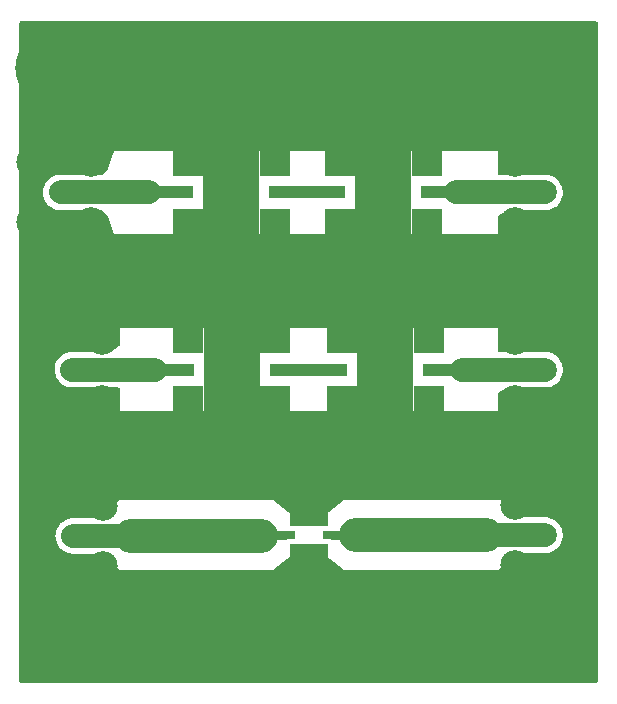
<source format=gbr>
%TF.GenerationSoftware,KiCad,Pcbnew,(6.0.0)*%
%TF.CreationDate,2022-07-22T11:55:07+02:00*%
%TF.ProjectId,aliasing,616c6961-7369-46e6-972e-6b696361645f,rev?*%
%TF.SameCoordinates,Original*%
%TF.FileFunction,Copper,L1,Top*%
%TF.FilePolarity,Positive*%
%FSLAX46Y46*%
G04 Gerber Fmt 4.6, Leading zero omitted, Abs format (unit mm)*
G04 Created by KiCad (PCBNEW (6.0.0)) date 2022-07-22 11:55:07*
%MOMM*%
%LPD*%
G01*
G04 APERTURE LIST*
%TA.AperFunction,SMDPad,CuDef*%
%ADD10R,1.016000X1.778000*%
%TD*%
%TA.AperFunction,SMDPad,CuDef*%
%ADD11R,1.778000X1.016000*%
%TD*%
%TA.AperFunction,ComponentPad*%
%ADD12C,1.016000*%
%TD*%
%TA.AperFunction,SMDPad,CuDef*%
%ADD13R,4.826000X9.906000*%
%TD*%
%TA.AperFunction,SMDPad,CuDef*%
%ADD14R,2.540000X3.556000*%
%TD*%
%TA.AperFunction,SMDPad,CuDef*%
%ADD15R,1.600000X0.800000*%
%TD*%
%TA.AperFunction,ComponentPad*%
%ADD16C,0.610000*%
%TD*%
%TA.AperFunction,SMDPad,CuDef*%
%ADD17R,3.250000X1.500000*%
%TD*%
%TA.AperFunction,ComponentPad*%
%ADD18C,1.998980*%
%TD*%
%TA.AperFunction,ComponentPad*%
%ADD19C,2.499360*%
%TD*%
%TA.AperFunction,ComponentPad*%
%ADD20C,5.700000*%
%TD*%
%TA.AperFunction,ViaPad*%
%ADD21C,0.800000*%
%TD*%
%TA.AperFunction,Conductor*%
%ADD22C,1.000000*%
%TD*%
%TA.AperFunction,Conductor*%
%ADD23C,2.000000*%
%TD*%
%TA.AperFunction,Conductor*%
%ADD24C,2.900000*%
%TD*%
%TA.AperFunction,Conductor*%
%ADD25C,0.800000*%
%TD*%
G04 APERTURE END LIST*
D10*
%TO.P,U1004,8,GND*%
%TO.N,GND*%
X153500000Y-60936000D03*
%TO.P,U1004,4,GND*%
X153500000Y-69064000D03*
D11*
%TO.P,U1004,1,GND*%
X149436000Y-63095000D03*
%TO.P,U1004,2,IN*%
%TO.N,Net-(J1003-Pad1)*%
X149436000Y-65000000D03*
%TO.P,U1004,3,GND*%
%TO.N,GND*%
X149436000Y-66905000D03*
%TO.P,U1004,5,GND*%
X157564000Y-66905000D03*
%TO.P,U1004,6,OUT*%
%TO.N,Net-(U1002-Pad2)*%
X157564000Y-65000000D03*
%TO.P,U1004,7,GND*%
%TO.N,GND*%
X157564000Y-63095000D03*
D12*
%TO.P,U1004,1,GND*%
X152230000Y-66270000D03*
X154770000Y-66270000D03*
X154770000Y-63730000D03*
X152230000Y-63730000D03*
X149055000Y-60555000D03*
X157945000Y-60555000D03*
X157945000Y-69445000D03*
X149055000Y-69445000D03*
D13*
X153500000Y-65000000D03*
D14*
X149817000Y-68175000D03*
X157183000Y-68175000D03*
X157183000Y-61825000D03*
X149817000Y-61825000D03*
%TD*%
D10*
%TO.P,U1003,8,GND*%
%TO.N,GND*%
X153436000Y-45936000D03*
%TO.P,U1003,4,GND*%
X153436000Y-54064000D03*
D11*
%TO.P,U1003,1,GND*%
X149372000Y-48095000D03*
%TO.P,U1003,2,IN*%
%TO.N,Net-(J1002-Pad1)*%
X149372000Y-50000000D03*
%TO.P,U1003,3,GND*%
%TO.N,GND*%
X149372000Y-51905000D03*
%TO.P,U1003,5,GND*%
X157500000Y-51905000D03*
%TO.P,U1003,6,OUT*%
%TO.N,Net-(U1001-Pad2)*%
X157500000Y-50000000D03*
%TO.P,U1003,7,GND*%
%TO.N,GND*%
X157500000Y-48095000D03*
D12*
%TO.P,U1003,1,GND*%
X152166000Y-51270000D03*
X154706000Y-51270000D03*
X154706000Y-48730000D03*
X152166000Y-48730000D03*
X148991000Y-45555000D03*
X157881000Y-45555000D03*
X157881000Y-54445000D03*
X148991000Y-54445000D03*
D13*
X153436000Y-50000000D03*
D14*
X149753000Y-53175000D03*
X157119000Y-53175000D03*
X157119000Y-46825000D03*
X149753000Y-46825000D03*
%TD*%
D15*
%TO.P,FL1001,1,IN*%
%TO.N,Net-(FL1001-Pad1)*%
X158050000Y-79000000D03*
D16*
%TO.P,FL1001,2,GND*%
%TO.N,GND*%
X159000000Y-80500000D03*
D17*
X160000000Y-80500000D03*
D15*
%TO.P,FL1001,3,OUT*%
%TO.N,Net-(FL1001-Pad3)*%
X161950000Y-79000000D03*
D17*
%TO.P,FL1001,4,GND*%
%TO.N,GND*%
X160000000Y-77500000D03*
D16*
%TO.P,FL1001,2,GND*%
X161100000Y-80500000D03*
X161000000Y-77300000D03*
X158800000Y-77250000D03*
%TD*%
D18*
%TO.P,J1005,1,In*%
%TO.N,Net-(J1005-Pad1)*%
X180000000Y-50000000D03*
D19*
%TO.P,J1005,2,Ext*%
%TO.N,GND*%
X177460000Y-47460000D03*
X177460000Y-52540000D03*
X182540000Y-47460000D03*
X182540000Y-52540000D03*
%TD*%
D14*
%TO.P,U1002,1,GND*%
%TO.N,GND*%
X170183000Y-68175000D03*
D12*
X162055000Y-60555000D03*
D13*
X166500000Y-65000000D03*
D14*
X162817000Y-68175000D03*
D12*
X167770000Y-66270000D03*
X162055000Y-69445000D03*
D14*
X170183000Y-61825000D03*
D12*
X165230000Y-66270000D03*
X167770000Y-63730000D03*
X170945000Y-60555000D03*
D14*
X162817000Y-61825000D03*
D12*
X165230000Y-63730000D03*
D11*
X162436000Y-63095000D03*
D12*
X170945000Y-69445000D03*
D11*
%TO.P,U1002,2,IN*%
%TO.N,Net-(U1002-Pad2)*%
X162436000Y-65000000D03*
%TO.P,U1002,3,GND*%
%TO.N,GND*%
X162436000Y-66905000D03*
D10*
%TO.P,U1002,4,GND*%
X166500000Y-69064000D03*
D11*
%TO.P,U1002,5,GND*%
X170564000Y-66905000D03*
%TO.P,U1002,6,OUT*%
%TO.N,Net-(J1006-Pad1)*%
X170564000Y-65000000D03*
%TO.P,U1002,7,GND*%
%TO.N,GND*%
X170564000Y-63095000D03*
D10*
%TO.P,U1002,8,GND*%
X166500000Y-60936000D03*
%TD*%
D18*
%TO.P,J1002,1,In*%
%TO.N,Net-(J1002-Pad1)*%
X139000000Y-50000000D03*
D19*
%TO.P,J1002,2,Ext*%
%TO.N,GND*%
X141540000Y-52540000D03*
X136460000Y-47460000D03*
X141540000Y-47460000D03*
X136460000Y-52540000D03*
%TD*%
D20*
%TO.P,J1007,1,Pin_1*%
%TO.N,GND*%
X181500000Y-39000000D03*
%TD*%
D18*
%TO.P,J1003,1,In*%
%TO.N,Net-(J1003-Pad1)*%
X140000000Y-65000000D03*
D19*
%TO.P,J1003,2,Ext*%
%TO.N,GND*%
X142540000Y-67540000D03*
X137460000Y-67540000D03*
X137460000Y-62460000D03*
X142540000Y-62460000D03*
%TD*%
D20*
%TO.P,J1008,1,Pin_1*%
%TO.N,GND*%
X181500000Y-88000000D03*
%TD*%
%TO.P,J1009,1,Pin_1*%
%TO.N,GND*%
X138500000Y-88000000D03*
%TD*%
D10*
%TO.P,U1001,8,GND*%
%TO.N,GND*%
X166317000Y-45936000D03*
D11*
%TO.P,U1001,7,GND*%
X170381000Y-48095000D03*
%TO.P,U1001,6,OUT*%
%TO.N,Net-(J1005-Pad1)*%
X170381000Y-50000000D03*
%TO.P,U1001,5,GND*%
%TO.N,GND*%
X170381000Y-51905000D03*
D10*
%TO.P,U1001,4,GND*%
X166317000Y-54064000D03*
D11*
%TO.P,U1001,3,GND*%
X162253000Y-51905000D03*
%TO.P,U1001,2,IN*%
%TO.N,Net-(U1001-Pad2)*%
X162253000Y-50000000D03*
D14*
%TO.P,U1001,1,GND*%
%TO.N,GND*%
X162634000Y-53175000D03*
D12*
X165047000Y-48730000D03*
D11*
X162253000Y-48095000D03*
D12*
X170762000Y-45555000D03*
D14*
X170000000Y-46825000D03*
D12*
X161872000Y-54445000D03*
X167587000Y-51270000D03*
X161872000Y-45555000D03*
X167587000Y-48730000D03*
D14*
X162634000Y-46825000D03*
D12*
X170762000Y-54445000D03*
D13*
X166317000Y-50000000D03*
D12*
X165047000Y-51270000D03*
D14*
X170000000Y-53175000D03*
%TD*%
D18*
%TO.P,J1001,1,In*%
%TO.N,Net-(FL1001-Pad1)*%
X140071044Y-79080000D03*
D19*
%TO.P,J1001,2,Ext*%
%TO.N,GND*%
X137531044Y-81620000D03*
X142611044Y-76540000D03*
X137531044Y-76540000D03*
X142611044Y-81620000D03*
%TD*%
D20*
%TO.P,J1010,1,Pin_1*%
%TO.N,GND*%
X138000000Y-39500000D03*
%TD*%
D18*
%TO.P,J1006,1,In*%
%TO.N,Net-(J1006-Pad1)*%
X180000000Y-65000000D03*
D19*
%TO.P,J1006,2,Ext*%
%TO.N,GND*%
X177460000Y-62460000D03*
X182540000Y-67540000D03*
X177460000Y-67540000D03*
X182540000Y-62460000D03*
%TD*%
D18*
%TO.P,J1004,1,In*%
%TO.N,Net-(FL1001-Pad3)*%
X180000000Y-79000000D03*
D19*
%TO.P,J1004,2,Ext*%
%TO.N,GND*%
X177460000Y-76460000D03*
X177460000Y-81540000D03*
X182540000Y-81540000D03*
X182540000Y-76460000D03*
%TD*%
D21*
%TO.N,GND*%
X173000000Y-71500000D03*
X173000000Y-56000000D03*
X173000000Y-59000000D03*
X181000000Y-60500000D03*
X173500000Y-60500000D03*
X175000000Y-60500000D03*
X184000000Y-60500000D03*
X176500000Y-60500000D03*
X179500000Y-60500000D03*
X178000000Y-60500000D03*
X182500000Y-60500000D03*
X147500000Y-56000000D03*
X139000000Y-60500000D03*
X136000000Y-60500000D03*
X142000000Y-60500000D03*
X145000000Y-60500000D03*
X137500000Y-60500000D03*
X143500000Y-60500000D03*
X140500000Y-60500000D03*
X146500000Y-60500000D03*
X143500000Y-45000000D03*
X142000000Y-45000000D03*
X148000000Y-44000000D03*
X149500000Y-44000000D03*
X146500000Y-45000000D03*
X152500000Y-44000000D03*
X154000000Y-44000000D03*
X151000000Y-44000000D03*
X170500000Y-44000000D03*
X172000000Y-44000000D03*
X169000000Y-44000000D03*
X175000000Y-45000000D03*
X176500000Y-45000000D03*
X173500000Y-45000000D03*
X158300000Y-76400000D03*
X161600000Y-76400000D03*
X160000000Y-76500000D03*
X160000000Y-81500000D03*
X161500000Y-81500000D03*
X158500000Y-81500000D03*
X182500000Y-69500000D03*
X166000000Y-44000000D03*
X170500000Y-57500000D03*
X158500000Y-73000000D03*
X157000000Y-73000000D03*
X151500000Y-82500000D03*
X164500000Y-44000000D03*
X156500000Y-75500000D03*
X179500000Y-45000000D03*
X160500000Y-82500000D03*
X149000000Y-75500000D03*
X148000000Y-57500000D03*
X142000000Y-84000000D03*
X151000000Y-57500000D03*
X158500000Y-44000000D03*
X147500000Y-75500000D03*
X149500000Y-73000000D03*
X169000000Y-57500000D03*
X136000000Y-84000000D03*
X153500000Y-75500000D03*
X179500000Y-69500000D03*
X137500000Y-45000000D03*
X154000000Y-73000000D03*
X166000000Y-57500000D03*
X136000000Y-69500000D03*
X136000000Y-45000000D03*
X175500000Y-82500000D03*
X168000000Y-82500000D03*
X153000000Y-82500000D03*
X155500000Y-44000000D03*
X162000000Y-82500000D03*
X146500000Y-55000000D03*
X146000000Y-75500000D03*
X152500000Y-57500000D03*
X144500000Y-75500000D03*
X137500000Y-84000000D03*
X167500000Y-44000000D03*
X161500000Y-73000000D03*
X178000000Y-54500000D03*
X169500000Y-75500000D03*
X182500000Y-54500000D03*
X151000000Y-73000000D03*
X174000000Y-75500000D03*
X164500000Y-57500000D03*
X139000000Y-45000000D03*
X155500000Y-57500000D03*
X158500000Y-75500000D03*
X182500000Y-84000000D03*
X158500000Y-57500000D03*
X140500000Y-69500000D03*
X166500000Y-75500000D03*
X175000000Y-69500000D03*
X145000000Y-45000000D03*
X160000000Y-44000000D03*
X169000000Y-73000000D03*
X136000000Y-55000000D03*
X163500000Y-75500000D03*
X176500000Y-69500000D03*
X176500000Y-84000000D03*
X156000000Y-82500000D03*
X171000000Y-75500000D03*
X140500000Y-55000000D03*
X147500000Y-71500000D03*
X175000000Y-54500000D03*
X179500000Y-84000000D03*
X167500000Y-73000000D03*
X179500000Y-54500000D03*
X172000000Y-57500000D03*
X146500000Y-69500000D03*
X155000000Y-75500000D03*
X164500000Y-73000000D03*
X137500000Y-55000000D03*
X160000000Y-57500000D03*
X142000000Y-55000000D03*
X145000000Y-55000000D03*
X181000000Y-45000000D03*
X148000000Y-73000000D03*
X184000000Y-54500000D03*
X176500000Y-54500000D03*
X163500000Y-82500000D03*
X143500000Y-55000000D03*
X160000000Y-73000000D03*
X157500000Y-82500000D03*
X140500000Y-84000000D03*
X166000000Y-73000000D03*
X142000000Y-69500000D03*
X178000000Y-84000000D03*
X154000000Y-57500000D03*
X178000000Y-69500000D03*
X139000000Y-69500000D03*
X145500000Y-82500000D03*
X167500000Y-57500000D03*
X163000000Y-57500000D03*
X140500000Y-45000000D03*
X182500000Y-45000000D03*
X159000000Y-82500000D03*
X163000000Y-73000000D03*
X163000000Y-44000000D03*
X147500000Y-59000000D03*
X152000000Y-75500000D03*
X157000000Y-44000000D03*
X155500000Y-73000000D03*
X173500000Y-69500000D03*
X143500000Y-69500000D03*
X161500000Y-57500000D03*
X161500000Y-44000000D03*
X161500000Y-75500000D03*
X184000000Y-45000000D03*
X172500000Y-75500000D03*
X160000000Y-75500000D03*
X181000000Y-69500000D03*
X181000000Y-54500000D03*
X171000000Y-82500000D03*
X184000000Y-69500000D03*
X148500000Y-82500000D03*
X139000000Y-55000000D03*
X173500000Y-54500000D03*
X157000000Y-57500000D03*
X169500000Y-82500000D03*
X165000000Y-82500000D03*
X184000000Y-84000000D03*
X174000000Y-82500000D03*
X170500000Y-73000000D03*
X172000000Y-73000000D03*
X166500000Y-82500000D03*
X137500000Y-69500000D03*
X172500000Y-82500000D03*
X149500000Y-57500000D03*
X168000000Y-75500000D03*
X145000000Y-69500000D03*
X150000000Y-82500000D03*
X175500000Y-75500000D03*
X150500000Y-75500000D03*
X152500000Y-73000000D03*
X144500000Y-82500000D03*
X154500000Y-82500000D03*
X181000000Y-84000000D03*
X165000000Y-75500000D03*
X178000000Y-45000000D03*
X147000000Y-82500000D03*
X139000000Y-84000000D03*
%TD*%
D22*
%TO.N,Net-(J1003-Pad1)*%
X149436000Y-65000000D02*
X147000000Y-65000000D01*
%TO.N,Net-(U1002-Pad2)*%
X162436000Y-65000000D02*
X157564000Y-65000000D01*
%TO.N,Net-(J1006-Pad1)*%
X170564000Y-65000000D02*
X173000000Y-65000000D01*
D23*
X180000000Y-65000000D02*
X173000000Y-65000000D01*
%TO.N,Net-(J1003-Pad1)*%
X140000000Y-65000000D02*
X147000000Y-65000000D01*
D22*
%TO.N,Net-(J1002-Pad1)*%
X149372000Y-50000000D02*
X146500000Y-50000000D01*
D23*
X139000000Y-50000000D02*
X146500000Y-50000000D01*
D22*
%TO.N,Net-(J1005-Pad1)*%
X170381000Y-50000000D02*
X172500000Y-50000000D01*
D23*
X172500000Y-50000000D02*
X180000000Y-50000000D01*
D22*
%TO.N,Net-(U1001-Pad2)*%
X157500000Y-50000000D02*
X162253000Y-50000000D01*
D24*
%TO.N,Net-(FL1001-Pad1)*%
X144920000Y-79080000D02*
X155920000Y-79080000D01*
D25*
X154625000Y-79000000D02*
X158000000Y-79000000D01*
D23*
X140071044Y-79080000D02*
X144920000Y-79080000D01*
%TO.N,Net-(FL1001-Pad3)*%
X175000000Y-79000000D02*
X180000000Y-79000000D01*
D24*
X164000000Y-79000000D02*
X175000000Y-79000000D01*
D25*
X162000000Y-79000000D02*
X165375000Y-79000000D01*
%TD*%
%TA.AperFunction,Conductor*%
%TO.N,GND*%
G36*
X180651465Y-35528002D02*
G01*
X180697958Y-35581658D01*
X180708062Y-35651932D01*
X180678568Y-35716512D01*
X180618842Y-35754896D01*
X180610498Y-35757028D01*
X180603714Y-35758897D01*
X180265250Y-35872145D01*
X180258928Y-35874648D01*
X179934680Y-36023785D01*
X179928637Y-36026971D01*
X179622404Y-36210248D01*
X179616744Y-36214066D01*
X179332094Y-36429346D01*
X179326891Y-36433742D01*
X179322601Y-36437785D01*
X179314580Y-36451492D01*
X179314615Y-36452333D01*
X179319667Y-36460457D01*
X181487188Y-38627978D01*
X181501132Y-38635592D01*
X181502965Y-38635461D01*
X181509580Y-38631210D01*
X183678166Y-36462624D01*
X183685780Y-36448680D01*
X183685712Y-36447723D01*
X183680771Y-36440251D01*
X183676870Y-36436931D01*
X183392958Y-36220649D01*
X183387332Y-36216825D01*
X183081722Y-36032469D01*
X183075710Y-36029272D01*
X182751966Y-35878995D01*
X182745666Y-35876475D01*
X182407595Y-35762045D01*
X182401017Y-35760209D01*
X182386600Y-35757013D01*
X182324423Y-35722742D01*
X182290645Y-35660295D01*
X182295991Y-35589500D01*
X182338762Y-35532833D01*
X182405380Y-35508286D01*
X182413871Y-35508000D01*
X184366000Y-35508000D01*
X184434121Y-35528002D01*
X184480614Y-35581658D01*
X184492000Y-35634000D01*
X184492000Y-37018707D01*
X184471998Y-37086828D01*
X184418342Y-37133321D01*
X184348068Y-37143425D01*
X184283488Y-37113931D01*
X184261664Y-37089347D01*
X184180588Y-36969598D01*
X184176467Y-36964170D01*
X184059041Y-36825704D01*
X184046215Y-36817267D01*
X184035890Y-36823320D01*
X181872022Y-38987188D01*
X181864408Y-39001132D01*
X181864539Y-39002965D01*
X181868790Y-39009580D01*
X184034463Y-41175253D01*
X184048060Y-41182678D01*
X184057669Y-41175981D01*
X184162197Y-41054457D01*
X184166346Y-41049069D01*
X184262160Y-40909658D01*
X184317228Y-40864847D01*
X184387781Y-40856922D01*
X184451419Y-40888398D01*
X184487936Y-40949283D01*
X184492000Y-40981025D01*
X184492000Y-46994264D01*
X184471998Y-47062385D01*
X184418342Y-47108878D01*
X184348068Y-47118982D01*
X184283488Y-47089488D01*
X184245104Y-47029762D01*
X184243107Y-47022072D01*
X184226622Y-46949220D01*
X184223898Y-46940309D01*
X184132598Y-46705530D01*
X184128587Y-46697121D01*
X184003588Y-46478420D01*
X183998377Y-46470694D01*
X183961164Y-46423490D01*
X183949238Y-46415018D01*
X183937706Y-46421504D01*
X182912022Y-47447188D01*
X182904408Y-47461132D01*
X182904539Y-47462965D01*
X182908790Y-47469580D01*
X183939682Y-48500472D01*
X183952062Y-48507232D01*
X183960403Y-48500988D01*
X184086483Y-48304975D01*
X184090930Y-48296783D01*
X184194388Y-48067116D01*
X184197583Y-48058338D01*
X184244731Y-47891163D01*
X184282472Y-47831029D01*
X184346734Y-47800846D01*
X184417112Y-47810196D01*
X184471262Y-47856112D01*
X184492000Y-47925364D01*
X184492000Y-52074264D01*
X184471998Y-52142385D01*
X184418342Y-52188878D01*
X184348068Y-52198982D01*
X184283488Y-52169488D01*
X184245104Y-52109762D01*
X184243107Y-52102072D01*
X184226622Y-52029220D01*
X184223898Y-52020309D01*
X184132598Y-51785530D01*
X184128587Y-51777121D01*
X184003588Y-51558420D01*
X183998377Y-51550694D01*
X183961164Y-51503490D01*
X183949238Y-51495018D01*
X183937706Y-51501504D01*
X182912022Y-52527188D01*
X182904408Y-52541132D01*
X182904539Y-52542965D01*
X182908790Y-52549580D01*
X183939682Y-53580472D01*
X183952062Y-53587232D01*
X183960403Y-53580988D01*
X184086483Y-53384975D01*
X184090930Y-53376783D01*
X184194388Y-53147116D01*
X184197583Y-53138338D01*
X184244731Y-52971163D01*
X184282472Y-52911029D01*
X184346734Y-52880846D01*
X184417112Y-52890196D01*
X184471262Y-52936112D01*
X184492000Y-53005364D01*
X184492000Y-61994264D01*
X184471998Y-62062385D01*
X184418342Y-62108878D01*
X184348068Y-62118982D01*
X184283488Y-62089488D01*
X184245104Y-62029762D01*
X184243107Y-62022072D01*
X184226622Y-61949220D01*
X184223898Y-61940309D01*
X184132598Y-61705530D01*
X184128587Y-61697121D01*
X184003588Y-61478420D01*
X183998377Y-61470694D01*
X183961164Y-61423490D01*
X183949238Y-61415018D01*
X183937706Y-61421504D01*
X182912022Y-62447188D01*
X182904408Y-62461132D01*
X182904539Y-62462965D01*
X182908790Y-62469580D01*
X183939682Y-63500472D01*
X183952062Y-63507232D01*
X183960403Y-63500988D01*
X184086483Y-63304975D01*
X184090930Y-63296783D01*
X184194388Y-63067116D01*
X184197583Y-63058338D01*
X184244731Y-62891163D01*
X184282472Y-62831029D01*
X184346734Y-62800846D01*
X184417112Y-62810196D01*
X184471262Y-62856112D01*
X184492000Y-62925364D01*
X184492000Y-67074264D01*
X184471998Y-67142385D01*
X184418342Y-67188878D01*
X184348068Y-67198982D01*
X184283488Y-67169488D01*
X184245104Y-67109762D01*
X184243107Y-67102072D01*
X184226622Y-67029220D01*
X184223898Y-67020309D01*
X184132598Y-66785530D01*
X184128587Y-66777121D01*
X184003588Y-66558420D01*
X183998377Y-66550694D01*
X183961164Y-66503490D01*
X183949238Y-66495018D01*
X183937706Y-66501504D01*
X182912022Y-67527188D01*
X182904408Y-67541132D01*
X182904539Y-67542965D01*
X182908790Y-67549580D01*
X183939682Y-68580472D01*
X183952062Y-68587232D01*
X183960403Y-68580988D01*
X184086483Y-68384975D01*
X184090930Y-68376783D01*
X184194388Y-68147116D01*
X184197583Y-68138338D01*
X184244731Y-67971163D01*
X184282472Y-67911029D01*
X184346734Y-67880846D01*
X184417112Y-67890196D01*
X184471262Y-67936112D01*
X184492000Y-68005364D01*
X184492000Y-75994264D01*
X184471998Y-76062385D01*
X184418342Y-76108878D01*
X184348068Y-76118982D01*
X184283488Y-76089488D01*
X184245104Y-76029762D01*
X184243107Y-76022072D01*
X184226622Y-75949220D01*
X184223898Y-75940309D01*
X184132598Y-75705530D01*
X184128587Y-75697121D01*
X184003588Y-75478420D01*
X183998377Y-75470694D01*
X183961164Y-75423490D01*
X183949238Y-75415018D01*
X183937706Y-75421504D01*
X182912022Y-76447188D01*
X182904408Y-76461132D01*
X182904539Y-76462965D01*
X182908790Y-76469580D01*
X183939682Y-77500472D01*
X183952062Y-77507232D01*
X183960403Y-77500988D01*
X184086483Y-77304975D01*
X184090930Y-77296783D01*
X184194388Y-77067116D01*
X184197583Y-77058338D01*
X184244731Y-76891163D01*
X184282472Y-76831029D01*
X184346734Y-76800846D01*
X184417112Y-76810196D01*
X184471262Y-76856112D01*
X184492000Y-76925364D01*
X184492000Y-81074264D01*
X184471998Y-81142385D01*
X184418342Y-81188878D01*
X184348068Y-81198982D01*
X184283488Y-81169488D01*
X184245104Y-81109762D01*
X184243107Y-81102072D01*
X184226622Y-81029220D01*
X184223898Y-81020309D01*
X184132598Y-80785530D01*
X184128587Y-80777121D01*
X184003588Y-80558420D01*
X183998377Y-80550694D01*
X183961164Y-80503490D01*
X183949238Y-80495018D01*
X183937706Y-80501504D01*
X182912022Y-81527188D01*
X182904408Y-81541132D01*
X182904539Y-81542965D01*
X182908790Y-81549580D01*
X183939682Y-82580472D01*
X183952062Y-82587232D01*
X183960403Y-82580988D01*
X184086483Y-82384975D01*
X184090930Y-82376783D01*
X184194388Y-82147116D01*
X184197583Y-82138338D01*
X184244731Y-81971163D01*
X184282472Y-81911029D01*
X184346734Y-81880846D01*
X184417112Y-81890196D01*
X184471262Y-81936112D01*
X184492000Y-82005364D01*
X184492000Y-86018707D01*
X184471998Y-86086828D01*
X184418342Y-86133321D01*
X184348068Y-86143425D01*
X184283488Y-86113931D01*
X184261664Y-86089347D01*
X184180588Y-85969598D01*
X184176467Y-85964170D01*
X184059041Y-85825704D01*
X184046215Y-85817267D01*
X184035890Y-85823320D01*
X181872022Y-87987188D01*
X181864408Y-88001132D01*
X181864539Y-88002965D01*
X181868790Y-88009580D01*
X184034463Y-90175253D01*
X184048060Y-90182678D01*
X184057669Y-90175981D01*
X184162197Y-90054457D01*
X184166346Y-90049069D01*
X184262160Y-89909658D01*
X184317228Y-89864847D01*
X184387781Y-89856922D01*
X184451419Y-89888398D01*
X184487936Y-89949283D01*
X184492000Y-89981025D01*
X184492000Y-91366000D01*
X184471998Y-91434121D01*
X184418342Y-91480614D01*
X184366000Y-91492000D01*
X182417286Y-91492000D01*
X182349165Y-91471998D01*
X182302672Y-91418342D01*
X182292568Y-91348068D01*
X182322062Y-91283488D01*
X182381919Y-91245874D01*
X182381724Y-91245285D01*
X182384114Y-91244494D01*
X182384252Y-91244408D01*
X182384945Y-91244220D01*
X182723820Y-91132147D01*
X182730162Y-91129661D01*
X183054921Y-90981660D01*
X183060975Y-90978495D01*
X183367839Y-90796293D01*
X183373520Y-90792490D01*
X183658918Y-90578207D01*
X183664145Y-90573821D01*
X183676988Y-90561803D01*
X183685057Y-90548123D01*
X183685029Y-90547398D01*
X183679887Y-90539097D01*
X181512812Y-88372022D01*
X181498868Y-88364408D01*
X181497035Y-88364539D01*
X181490420Y-88368790D01*
X179321409Y-90537801D01*
X179313795Y-90551745D01*
X179313871Y-90552815D01*
X179317055Y-90557648D01*
X179597342Y-90772720D01*
X179602972Y-90776575D01*
X179907929Y-90961992D01*
X179913931Y-90965210D01*
X180237139Y-91116611D01*
X180243444Y-91119159D01*
X180581117Y-91234771D01*
X180587668Y-91236624D01*
X180616329Y-91243083D01*
X180678385Y-91277571D01*
X180711945Y-91340136D01*
X180706352Y-91410912D01*
X180663383Y-91467428D01*
X180596679Y-91491742D01*
X180588628Y-91492000D01*
X139417286Y-91492000D01*
X139349165Y-91471998D01*
X139302672Y-91418342D01*
X139292568Y-91348068D01*
X139322062Y-91283488D01*
X139381919Y-91245874D01*
X139381724Y-91245285D01*
X139384114Y-91244494D01*
X139384252Y-91244408D01*
X139384945Y-91244220D01*
X139723820Y-91132147D01*
X139730162Y-91129661D01*
X140054921Y-90981660D01*
X140060975Y-90978495D01*
X140367839Y-90796293D01*
X140373520Y-90792490D01*
X140658918Y-90578207D01*
X140664145Y-90573821D01*
X140676988Y-90561803D01*
X140685057Y-90548123D01*
X140685029Y-90547398D01*
X140679887Y-90539097D01*
X138512812Y-88372022D01*
X138498868Y-88364408D01*
X138497035Y-88364539D01*
X138490420Y-88368790D01*
X136321409Y-90537801D01*
X136313795Y-90551745D01*
X136313871Y-90552815D01*
X136317055Y-90557648D01*
X136597342Y-90772720D01*
X136602972Y-90776575D01*
X136907929Y-90961992D01*
X136913931Y-90965210D01*
X137237139Y-91116611D01*
X137243444Y-91119159D01*
X137581117Y-91234771D01*
X137587668Y-91236624D01*
X137616329Y-91243083D01*
X137678385Y-91277571D01*
X137711945Y-91340136D01*
X137706352Y-91410912D01*
X137663383Y-91467428D01*
X137596679Y-91491742D01*
X137588628Y-91492000D01*
X135634000Y-91492000D01*
X135565879Y-91471998D01*
X135519386Y-91418342D01*
X135508000Y-91366000D01*
X135508000Y-89981544D01*
X135528002Y-89913423D01*
X135581658Y-89866930D01*
X135651932Y-89856826D01*
X135716512Y-89886320D01*
X135738581Y-89911268D01*
X135812330Y-90021018D01*
X135816442Y-90026475D01*
X135940942Y-90174322D01*
X135953680Y-90182764D01*
X135964124Y-90176666D01*
X138127978Y-88012812D01*
X138134356Y-88001132D01*
X138864408Y-88001132D01*
X138864539Y-88002965D01*
X138868790Y-88009580D01*
X141034463Y-90175253D01*
X141048060Y-90182678D01*
X141057669Y-90175981D01*
X141162197Y-90054457D01*
X141166346Y-90049069D01*
X141368503Y-89754929D01*
X141372050Y-89749118D01*
X141541250Y-89434879D01*
X141544157Y-89428701D01*
X141678435Y-89098016D01*
X141680649Y-89091586D01*
X141778427Y-88748331D01*
X141779934Y-88741701D01*
X141840073Y-88389873D01*
X141840853Y-88383133D01*
X141862740Y-88025275D01*
X141862856Y-88021673D01*
X141862926Y-88001820D01*
X141862834Y-87998193D01*
X141862480Y-87991657D01*
X178137260Y-87991657D01*
X178155318Y-88348127D01*
X178156028Y-88354883D01*
X178212478Y-88707305D01*
X178213917Y-88713960D01*
X178308094Y-89058215D01*
X178310243Y-89064676D01*
X178441053Y-89396756D01*
X178443884Y-89402939D01*
X178609792Y-89718949D01*
X178613275Y-89724791D01*
X178812340Y-90021031D01*
X178816442Y-90026475D01*
X178940942Y-90174322D01*
X178953680Y-90182764D01*
X178964124Y-90176666D01*
X181127978Y-88012812D01*
X181135592Y-87998868D01*
X181135461Y-87997035D01*
X181131210Y-87990420D01*
X178965527Y-85824737D01*
X178951990Y-85817345D01*
X178942289Y-85824132D01*
X178830649Y-85954847D01*
X178826515Y-85960255D01*
X178625394Y-86255086D01*
X178621859Y-86260923D01*
X178453754Y-86575757D01*
X178450878Y-86581926D01*
X178317754Y-86913081D01*
X178315561Y-86919521D01*
X178218979Y-87263121D01*
X178217496Y-87269756D01*
X178158589Y-87621773D01*
X178157830Y-87628545D01*
X178137284Y-87984862D01*
X178137260Y-87991657D01*
X141862480Y-87991657D01*
X141843446Y-87640208D01*
X141842711Y-87633442D01*
X141785034Y-87281233D01*
X141783567Y-87274561D01*
X141688194Y-86930655D01*
X141686020Y-86924192D01*
X141554053Y-86592575D01*
X141551197Y-86586395D01*
X141384194Y-86270981D01*
X141380682Y-86265137D01*
X141180588Y-85969598D01*
X141176467Y-85964170D01*
X141059041Y-85825704D01*
X141046215Y-85817267D01*
X141035890Y-85823320D01*
X138872022Y-87987188D01*
X138864408Y-88001132D01*
X138134356Y-88001132D01*
X138135592Y-87998868D01*
X138135461Y-87997035D01*
X138131210Y-87990420D01*
X135965527Y-85824737D01*
X135951990Y-85817345D01*
X135942289Y-85824132D01*
X135830649Y-85954847D01*
X135826515Y-85960255D01*
X135738088Y-86089884D01*
X135683177Y-86134887D01*
X135612652Y-86143058D01*
X135548905Y-86111804D01*
X135512175Y-86051047D01*
X135508000Y-86018880D01*
X135508000Y-85451492D01*
X136314580Y-85451492D01*
X136314615Y-85452333D01*
X136319667Y-85460457D01*
X138487188Y-87627978D01*
X138501132Y-87635592D01*
X138502965Y-87635461D01*
X138509580Y-87631210D01*
X140678166Y-85462624D01*
X140684245Y-85451492D01*
X179314580Y-85451492D01*
X179314615Y-85452333D01*
X179319667Y-85460457D01*
X181487188Y-87627978D01*
X181501132Y-87635592D01*
X181502965Y-87635461D01*
X181509580Y-87631210D01*
X183678166Y-85462624D01*
X183685780Y-85448680D01*
X183685712Y-85447723D01*
X183680771Y-85440251D01*
X183676870Y-85436931D01*
X183392958Y-85220649D01*
X183387332Y-85216825D01*
X183081722Y-85032469D01*
X183075710Y-85029272D01*
X182751966Y-84878995D01*
X182745666Y-84876475D01*
X182407595Y-84762045D01*
X182401017Y-84760209D01*
X182052592Y-84682965D01*
X182045857Y-84681850D01*
X181691106Y-84642685D01*
X181684324Y-84642306D01*
X181327395Y-84641683D01*
X181320622Y-84642038D01*
X180965714Y-84679966D01*
X180959005Y-84681053D01*
X180610289Y-84757086D01*
X180603714Y-84758897D01*
X180265250Y-84872145D01*
X180258928Y-84874648D01*
X179934680Y-85023785D01*
X179928637Y-85026971D01*
X179622404Y-85210248D01*
X179616744Y-85214066D01*
X179332094Y-85429346D01*
X179326891Y-85433742D01*
X179322601Y-85437785D01*
X179314580Y-85451492D01*
X140684245Y-85451492D01*
X140685780Y-85448680D01*
X140685712Y-85447723D01*
X140680771Y-85440251D01*
X140676870Y-85436931D01*
X140392958Y-85220649D01*
X140387332Y-85216825D01*
X140081722Y-85032469D01*
X140075710Y-85029272D01*
X139751966Y-84878995D01*
X139745666Y-84876475D01*
X139407595Y-84762045D01*
X139401017Y-84760209D01*
X139052592Y-84682965D01*
X139045857Y-84681850D01*
X138691106Y-84642685D01*
X138684324Y-84642306D01*
X138327395Y-84641683D01*
X138320622Y-84642038D01*
X137965714Y-84679966D01*
X137959005Y-84681053D01*
X137610289Y-84757086D01*
X137603714Y-84758897D01*
X137265250Y-84872145D01*
X137258928Y-84874648D01*
X136934680Y-85023785D01*
X136928637Y-85026971D01*
X136622404Y-85210248D01*
X136616744Y-85214066D01*
X136332094Y-85429346D01*
X136326891Y-85433742D01*
X136322601Y-85437785D01*
X136314580Y-85451492D01*
X135508000Y-85451492D01*
X135508000Y-83028904D01*
X136486885Y-83028904D01*
X136495598Y-83040424D01*
X136593233Y-83112012D01*
X136601143Y-83116955D01*
X136824062Y-83234238D01*
X136832625Y-83237961D01*
X137070431Y-83321008D01*
X137079440Y-83323422D01*
X137326923Y-83370408D01*
X137336178Y-83371462D01*
X137587890Y-83381352D01*
X137597204Y-83381026D01*
X137847601Y-83353604D01*
X137856778Y-83351903D01*
X138100370Y-83287771D01*
X138109189Y-83284734D01*
X138340636Y-83185296D01*
X138348895Y-83180997D01*
X138563112Y-83048436D01*
X138570011Y-83043424D01*
X138578335Y-83030792D01*
X138577229Y-83028904D01*
X141566885Y-83028904D01*
X141575598Y-83040424D01*
X141673233Y-83112012D01*
X141681143Y-83116955D01*
X141904062Y-83234238D01*
X141912625Y-83237961D01*
X142150431Y-83321008D01*
X142159440Y-83323422D01*
X142406923Y-83370408D01*
X142416178Y-83371462D01*
X142667890Y-83381352D01*
X142677204Y-83381026D01*
X142927601Y-83353604D01*
X142936778Y-83351903D01*
X143180370Y-83287771D01*
X143189189Y-83284734D01*
X143420636Y-83185296D01*
X143428895Y-83180997D01*
X143643112Y-83048436D01*
X143650011Y-83043424D01*
X143658335Y-83030792D01*
X143652271Y-83020437D01*
X143580738Y-82948904D01*
X176415841Y-82948904D01*
X176424554Y-82960424D01*
X176522189Y-83032012D01*
X176530099Y-83036955D01*
X176753018Y-83154238D01*
X176761581Y-83157961D01*
X176999387Y-83241008D01*
X177008396Y-83243422D01*
X177255879Y-83290408D01*
X177265134Y-83291462D01*
X177516846Y-83301352D01*
X177526160Y-83301026D01*
X177776557Y-83273604D01*
X177785734Y-83271903D01*
X178029326Y-83207771D01*
X178038145Y-83204734D01*
X178269592Y-83105296D01*
X178277851Y-83100997D01*
X178492068Y-82968436D01*
X178498967Y-82963424D01*
X178507291Y-82950792D01*
X178506185Y-82948904D01*
X181495841Y-82948904D01*
X181504554Y-82960424D01*
X181602189Y-83032012D01*
X181610099Y-83036955D01*
X181833018Y-83154238D01*
X181841581Y-83157961D01*
X182079387Y-83241008D01*
X182088396Y-83243422D01*
X182335879Y-83290408D01*
X182345134Y-83291462D01*
X182596846Y-83301352D01*
X182606160Y-83301026D01*
X182856557Y-83273604D01*
X182865734Y-83271903D01*
X183109326Y-83207771D01*
X183118145Y-83204734D01*
X183349592Y-83105296D01*
X183357851Y-83100997D01*
X183572068Y-82968436D01*
X183578967Y-82963424D01*
X183587291Y-82950792D01*
X183581227Y-82940437D01*
X182552812Y-81912022D01*
X182538868Y-81904408D01*
X182537035Y-81904539D01*
X182530420Y-81908790D01*
X181502499Y-82936711D01*
X181495841Y-82948904D01*
X178506185Y-82948904D01*
X178501227Y-82940437D01*
X177472812Y-81912022D01*
X177458868Y-81904408D01*
X177457035Y-81904539D01*
X177450420Y-81908790D01*
X176422499Y-82936711D01*
X176415841Y-82948904D01*
X143580738Y-82948904D01*
X142623856Y-81992022D01*
X142609912Y-81984408D01*
X142608079Y-81984539D01*
X142601464Y-81988790D01*
X141573543Y-83016711D01*
X141566885Y-83028904D01*
X138577229Y-83028904D01*
X138572271Y-83020437D01*
X137543856Y-81992022D01*
X137529912Y-81984408D01*
X137528079Y-81984539D01*
X137521464Y-81988790D01*
X136493543Y-83016711D01*
X136486885Y-83028904D01*
X135508000Y-83028904D01*
X135508000Y-81578532D01*
X135769263Y-81578532D01*
X135781349Y-81830136D01*
X135782486Y-81839396D01*
X135831629Y-82086457D01*
X135834118Y-82095432D01*
X135919240Y-82332514D01*
X135923037Y-82341042D01*
X136042261Y-82562928D01*
X136047272Y-82570795D01*
X136110719Y-82655761D01*
X136121977Y-82664210D01*
X136134396Y-82657438D01*
X137159022Y-81632812D01*
X137165400Y-81621132D01*
X137895452Y-81621132D01*
X137895583Y-81622965D01*
X137899834Y-81629580D01*
X138930726Y-82660472D01*
X138943106Y-82667232D01*
X138951447Y-82660988D01*
X139077527Y-82464975D01*
X139081974Y-82456783D01*
X139185432Y-82227116D01*
X139188627Y-82218338D01*
X139256999Y-81975906D01*
X139258857Y-81966777D01*
X139290839Y-81715378D01*
X139291320Y-81709092D01*
X139293570Y-81623160D01*
X139293419Y-81616851D01*
X139274638Y-81364122D01*
X139273261Y-81354916D01*
X139217666Y-81109220D01*
X139214942Y-81100309D01*
X139123642Y-80865530D01*
X139119631Y-80857121D01*
X138994632Y-80638420D01*
X138989421Y-80630694D01*
X138952208Y-80583490D01*
X138940282Y-80575018D01*
X138928750Y-80581504D01*
X137903066Y-81607188D01*
X137895452Y-81621132D01*
X137165400Y-81621132D01*
X137166636Y-81618868D01*
X137166505Y-81617035D01*
X137162254Y-81610420D01*
X136132593Y-80580759D01*
X136119285Y-80573492D01*
X136109246Y-80580614D01*
X136099066Y-80592854D01*
X136093654Y-80600441D01*
X135962970Y-80815800D01*
X135958741Y-80824101D01*
X135861329Y-81056401D01*
X135858368Y-81065251D01*
X135796366Y-81309387D01*
X135794744Y-81318584D01*
X135769508Y-81569206D01*
X135769263Y-81578532D01*
X135508000Y-81578532D01*
X135508000Y-80209034D01*
X136484491Y-80209034D01*
X136489064Y-80218810D01*
X137518232Y-81247978D01*
X137532176Y-81255592D01*
X137534009Y-81255461D01*
X137540624Y-81251210D01*
X138569232Y-80222602D01*
X138575616Y-80210912D01*
X138566204Y-80198801D01*
X138429474Y-80103948D01*
X138421449Y-80099220D01*
X138195515Y-79987801D01*
X138186883Y-79984314D01*
X137946968Y-79907517D01*
X137937907Y-79905341D01*
X137689276Y-79864849D01*
X137679989Y-79864037D01*
X137428116Y-79860740D01*
X137418804Y-79861310D01*
X137169207Y-79895278D01*
X137160089Y-79897216D01*
X136918264Y-79967702D01*
X136909511Y-79970974D01*
X136680760Y-80076430D01*
X136672605Y-80080950D01*
X136493629Y-80198292D01*
X136484491Y-80209034D01*
X135508000Y-80209034D01*
X135508000Y-79132817D01*
X138558558Y-79132817D01*
X138559139Y-79137837D01*
X138559139Y-79137841D01*
X138564553Y-79184627D01*
X138586459Y-79373956D01*
X138587835Y-79378820D01*
X138587836Y-79378823D01*
X138601553Y-79427298D01*
X138652554Y-79607532D01*
X138654688Y-79612108D01*
X138654690Y-79612114D01*
X138753006Y-79822954D01*
X138755143Y-79827536D01*
X138891588Y-80028307D01*
X139058376Y-80204681D01*
X139062402Y-80207759D01*
X139062403Y-80207760D01*
X139247198Y-80349047D01*
X139247202Y-80349050D01*
X139251218Y-80352120D01*
X139465153Y-80466831D01*
X139694675Y-80545862D01*
X139767380Y-80558420D01*
X139929970Y-80586504D01*
X139929976Y-80586505D01*
X139933880Y-80587179D01*
X139937841Y-80587359D01*
X139937842Y-80587359D01*
X139961550Y-80588436D01*
X139961569Y-80588436D01*
X139962969Y-80588500D01*
X140957057Y-80588500D01*
X141025178Y-80608502D01*
X141071671Y-80662158D01*
X141081775Y-80732432D01*
X141064776Y-80779866D01*
X141042970Y-80815801D01*
X141038741Y-80824101D01*
X140941329Y-81056401D01*
X140938368Y-81065251D01*
X140876366Y-81309387D01*
X140874744Y-81318584D01*
X140849508Y-81569206D01*
X140849263Y-81578532D01*
X140861349Y-81830136D01*
X140862486Y-81839396D01*
X140911629Y-82086457D01*
X140914118Y-82095432D01*
X140999240Y-82332514D01*
X141003037Y-82341042D01*
X141122261Y-82562928D01*
X141127272Y-82570795D01*
X141190719Y-82655761D01*
X141201977Y-82664210D01*
X141214396Y-82657438D01*
X142521949Y-81349885D01*
X142584261Y-81315859D01*
X142655076Y-81320924D01*
X142700139Y-81349885D01*
X144010726Y-82660472D01*
X144023106Y-82667232D01*
X144031447Y-82660988D01*
X144157527Y-82464975D01*
X144161974Y-82456783D01*
X144265432Y-82227116D01*
X144268622Y-82218351D01*
X144304313Y-82091799D01*
X144342055Y-82031665D01*
X144406316Y-82001482D01*
X144425583Y-82000000D01*
X157000000Y-82000000D01*
X157010504Y-81991596D01*
X157010506Y-81991596D01*
X157720979Y-81423218D01*
X157786668Y-81396282D01*
X157856491Y-81409136D01*
X157908281Y-81457699D01*
X157917672Y-81477376D01*
X157921674Y-81488050D01*
X157930214Y-81503649D01*
X158006715Y-81605724D01*
X158019276Y-81618285D01*
X158121351Y-81694786D01*
X158136946Y-81703324D01*
X158257394Y-81748478D01*
X158272649Y-81752105D01*
X158323514Y-81757631D01*
X158330328Y-81758000D01*
X159727885Y-81758000D01*
X159743124Y-81753525D01*
X159744329Y-81752135D01*
X159746000Y-81744452D01*
X159746000Y-80372000D01*
X159766002Y-80303879D01*
X159819658Y-80257386D01*
X159872000Y-80246000D01*
X160128000Y-80246000D01*
X160196121Y-80266002D01*
X160242614Y-80319658D01*
X160254000Y-80372000D01*
X160254000Y-81739884D01*
X160258475Y-81755123D01*
X160259865Y-81756328D01*
X160267548Y-81757999D01*
X161669669Y-81757999D01*
X161676490Y-81757629D01*
X161727352Y-81752105D01*
X161742604Y-81748479D01*
X161863054Y-81703324D01*
X161878649Y-81694786D01*
X161980724Y-81618285D01*
X161993285Y-81605724D01*
X162069786Y-81503649D01*
X162078325Y-81488052D01*
X162082327Y-81477377D01*
X162124968Y-81420612D01*
X162191530Y-81395912D01*
X162260879Y-81411119D01*
X162279021Y-81423217D01*
X163000000Y-82000000D01*
X175668897Y-82000000D01*
X175737018Y-82020002D01*
X175783511Y-82073658D01*
X175787485Y-82083422D01*
X175848196Y-82252514D01*
X175851993Y-82261042D01*
X175971217Y-82482928D01*
X175976228Y-82490795D01*
X176039675Y-82575761D01*
X176050933Y-82584210D01*
X176063352Y-82577438D01*
X177370905Y-81269885D01*
X177433217Y-81235859D01*
X177504032Y-81240924D01*
X177549095Y-81269885D01*
X178859682Y-82580472D01*
X178872062Y-82587232D01*
X178880403Y-82580988D01*
X179006483Y-82384975D01*
X179010930Y-82376783D01*
X179114388Y-82147116D01*
X179117583Y-82138338D01*
X179185955Y-81895906D01*
X179187813Y-81886777D01*
X179219795Y-81635378D01*
X179220276Y-81629092D01*
X179222526Y-81543160D01*
X179222375Y-81536851D01*
X179219527Y-81498532D01*
X180778219Y-81498532D01*
X180790305Y-81750136D01*
X180791442Y-81759396D01*
X180840585Y-82006457D01*
X180843074Y-82015432D01*
X180928196Y-82252514D01*
X180931993Y-82261042D01*
X181051217Y-82482928D01*
X181056228Y-82490795D01*
X181119675Y-82575761D01*
X181130933Y-82584210D01*
X181143352Y-82577438D01*
X182167978Y-81552812D01*
X182175592Y-81538868D01*
X182175461Y-81537035D01*
X182171210Y-81530420D01*
X181141549Y-80500759D01*
X181128241Y-80493492D01*
X181118202Y-80500614D01*
X181108022Y-80512854D01*
X181102610Y-80520441D01*
X180971926Y-80735800D01*
X180967697Y-80744101D01*
X180870285Y-80976401D01*
X180867324Y-80985251D01*
X180805322Y-81229387D01*
X180803700Y-81238584D01*
X180778464Y-81489206D01*
X180778219Y-81498532D01*
X179219527Y-81498532D01*
X179203594Y-81284122D01*
X179202217Y-81274916D01*
X179146622Y-81029220D01*
X179143898Y-81020309D01*
X179052598Y-80785530D01*
X179048587Y-80777121D01*
X179002807Y-80697023D01*
X178986370Y-80627956D01*
X179009883Y-80560966D01*
X179065881Y-80517322D01*
X179112200Y-80508500D01*
X180061001Y-80508500D01*
X180063509Y-80508298D01*
X180063514Y-80508298D01*
X180236924Y-80494346D01*
X180236929Y-80494345D01*
X180241965Y-80493940D01*
X180246873Y-80492734D01*
X180246876Y-80492734D01*
X180472792Y-80437244D01*
X180477706Y-80436037D01*
X180482358Y-80434062D01*
X180482362Y-80434061D01*
X180618171Y-80376413D01*
X180701156Y-80341188D01*
X180852311Y-80246000D01*
X180902288Y-80214528D01*
X180902291Y-80214526D01*
X180906567Y-80211833D01*
X181000485Y-80129034D01*
X181493447Y-80129034D01*
X181498020Y-80138810D01*
X182527188Y-81167978D01*
X182541132Y-81175592D01*
X182542965Y-81175461D01*
X182549580Y-81171210D01*
X183578188Y-80142602D01*
X183584572Y-80130912D01*
X183575160Y-80118801D01*
X183438430Y-80023948D01*
X183430405Y-80019220D01*
X183204471Y-79907801D01*
X183195839Y-79904314D01*
X182955924Y-79827517D01*
X182946863Y-79825341D01*
X182698232Y-79784849D01*
X182688945Y-79784037D01*
X182437072Y-79780740D01*
X182427760Y-79781310D01*
X182178163Y-79815278D01*
X182169045Y-79817216D01*
X181927220Y-79887702D01*
X181918467Y-79890974D01*
X181689716Y-79996430D01*
X181681561Y-80000950D01*
X181502585Y-80118292D01*
X181493447Y-80129034D01*
X181000485Y-80129034D01*
X181012669Y-80118292D01*
X181084858Y-80054650D01*
X181084861Y-80054647D01*
X181088655Y-80051302D01*
X181115007Y-80019220D01*
X181239526Y-79867628D01*
X181239528Y-79867625D01*
X181242734Y-79863722D01*
X181364841Y-79653922D01*
X181366654Y-79649199D01*
X181450020Y-79432022D01*
X181450021Y-79432018D01*
X181451833Y-79427298D01*
X181501474Y-79189680D01*
X181512486Y-78947183D01*
X181511905Y-78942159D01*
X181485167Y-78711071D01*
X181485166Y-78711067D01*
X181484585Y-78706044D01*
X181470893Y-78657655D01*
X181419866Y-78477331D01*
X181418490Y-78472468D01*
X181416356Y-78467892D01*
X181416354Y-78467886D01*
X181318038Y-78257046D01*
X181318036Y-78257042D01*
X181315901Y-78252464D01*
X181308116Y-78241008D01*
X181182302Y-78055881D01*
X181179456Y-78051693D01*
X181012668Y-77875319D01*
X181004278Y-77868904D01*
X181495841Y-77868904D01*
X181504554Y-77880424D01*
X181602189Y-77952012D01*
X181610099Y-77956955D01*
X181833018Y-78074238D01*
X181841581Y-78077961D01*
X182079387Y-78161008D01*
X182088396Y-78163422D01*
X182335879Y-78210408D01*
X182345134Y-78211462D01*
X182596846Y-78221352D01*
X182606160Y-78221026D01*
X182856557Y-78193604D01*
X182865734Y-78191903D01*
X183109326Y-78127771D01*
X183118145Y-78124734D01*
X183349592Y-78025296D01*
X183357851Y-78020997D01*
X183572068Y-77888436D01*
X183578967Y-77883424D01*
X183587291Y-77870792D01*
X183581227Y-77860437D01*
X182552812Y-76832022D01*
X182538868Y-76824408D01*
X182537035Y-76824539D01*
X182530420Y-76828790D01*
X181502499Y-77856711D01*
X181495841Y-77868904D01*
X181004278Y-77868904D01*
X180853990Y-77754000D01*
X180823846Y-77730953D01*
X180823842Y-77730950D01*
X180819826Y-77727880D01*
X180605891Y-77613169D01*
X180376369Y-77534138D01*
X180220597Y-77507232D01*
X180141074Y-77493496D01*
X180141068Y-77493495D01*
X180137164Y-77492821D01*
X180133203Y-77492641D01*
X180133202Y-77492641D01*
X180109494Y-77491564D01*
X180109475Y-77491564D01*
X180108075Y-77491500D01*
X179116995Y-77491500D01*
X179048874Y-77471498D01*
X179002381Y-77417842D01*
X178992277Y-77347568D01*
X179006263Y-77305380D01*
X179010930Y-77296785D01*
X179114388Y-77067116D01*
X179117583Y-77058338D01*
X179185955Y-76815906D01*
X179187813Y-76806777D01*
X179219795Y-76555378D01*
X179220276Y-76549092D01*
X179222526Y-76463160D01*
X179222375Y-76456851D01*
X179219527Y-76418532D01*
X180778219Y-76418532D01*
X180790305Y-76670136D01*
X180791442Y-76679396D01*
X180840585Y-76926457D01*
X180843074Y-76935432D01*
X180928196Y-77172514D01*
X180931993Y-77181042D01*
X181051217Y-77402928D01*
X181056228Y-77410795D01*
X181119675Y-77495761D01*
X181130933Y-77504210D01*
X181143352Y-77497438D01*
X182167978Y-76472812D01*
X182175592Y-76458868D01*
X182175461Y-76457035D01*
X182171210Y-76450420D01*
X181141549Y-75420759D01*
X181128241Y-75413492D01*
X181118202Y-75420614D01*
X181108022Y-75432854D01*
X181102610Y-75440441D01*
X180971926Y-75655800D01*
X180967697Y-75664101D01*
X180870285Y-75896401D01*
X180867324Y-75905251D01*
X180805322Y-76149387D01*
X180803700Y-76158584D01*
X180778464Y-76409206D01*
X180778219Y-76418532D01*
X179219527Y-76418532D01*
X179203594Y-76204122D01*
X179202217Y-76194916D01*
X179146622Y-75949220D01*
X179143898Y-75940309D01*
X179052598Y-75705530D01*
X179048587Y-75697121D01*
X178923588Y-75478420D01*
X178918377Y-75470694D01*
X178881164Y-75423490D01*
X178869238Y-75415018D01*
X178857706Y-75421504D01*
X177549095Y-76730115D01*
X177486783Y-76764141D01*
X177415968Y-76759076D01*
X177370905Y-76730115D01*
X176061549Y-75420759D01*
X176048241Y-75413492D01*
X176038202Y-75420614D01*
X176028022Y-75432854D01*
X176022610Y-75440441D01*
X175891926Y-75655800D01*
X175887697Y-75664101D01*
X175790285Y-75896401D01*
X175785842Y-75909681D01*
X175784826Y-75909341D01*
X175751225Y-75966120D01*
X175687775Y-75997972D01*
X175665261Y-76000000D01*
X163000000Y-76000000D01*
X162989496Y-76008404D01*
X162989494Y-76008404D01*
X162279021Y-76576782D01*
X162213332Y-76603718D01*
X162143509Y-76590864D01*
X162091719Y-76542301D01*
X162082328Y-76522624D01*
X162078326Y-76511950D01*
X162069786Y-76496351D01*
X161993285Y-76394276D01*
X161980724Y-76381715D01*
X161878649Y-76305214D01*
X161863054Y-76296676D01*
X161742606Y-76251522D01*
X161727351Y-76247895D01*
X161676486Y-76242369D01*
X161669672Y-76242000D01*
X160272115Y-76242000D01*
X160256876Y-76246475D01*
X160255671Y-76247865D01*
X160254000Y-76255548D01*
X160254000Y-77628000D01*
X160233998Y-77696121D01*
X160180342Y-77742614D01*
X160128000Y-77754000D01*
X159872000Y-77754000D01*
X159803879Y-77733998D01*
X159757386Y-77680342D01*
X159746000Y-77628000D01*
X159746000Y-76260116D01*
X159741525Y-76244877D01*
X159740135Y-76243672D01*
X159732452Y-76242001D01*
X158330331Y-76242001D01*
X158323510Y-76242371D01*
X158272648Y-76247895D01*
X158257396Y-76251521D01*
X158136946Y-76296676D01*
X158121351Y-76305214D01*
X158019276Y-76381715D01*
X158006715Y-76394276D01*
X157930214Y-76496351D01*
X157921675Y-76511948D01*
X157917673Y-76522623D01*
X157875032Y-76579388D01*
X157808470Y-76604088D01*
X157739121Y-76588881D01*
X157720979Y-76576783D01*
X157314401Y-76251521D01*
X157000000Y-76000000D01*
X144373237Y-76000000D01*
X144305116Y-75979998D01*
X144258623Y-75926342D01*
X144255804Y-75919667D01*
X144203642Y-75785530D01*
X144199631Y-75777121D01*
X144074632Y-75558420D01*
X144069421Y-75550694D01*
X144032208Y-75503490D01*
X144020282Y-75495018D01*
X144008750Y-75501504D01*
X142700139Y-76810115D01*
X142637827Y-76844141D01*
X142567012Y-76839076D01*
X142521949Y-76810115D01*
X141212593Y-75500759D01*
X141199285Y-75493492D01*
X141189246Y-75500614D01*
X141179066Y-75512854D01*
X141173654Y-75520441D01*
X141042970Y-75735800D01*
X141038741Y-75744101D01*
X140941329Y-75976401D01*
X140938368Y-75985251D01*
X140876366Y-76229387D01*
X140874744Y-76238584D01*
X140849508Y-76489206D01*
X140849263Y-76498532D01*
X140861349Y-76750136D01*
X140862486Y-76759396D01*
X140911629Y-77006457D01*
X140914118Y-77015432D01*
X140999240Y-77252514D01*
X141003037Y-77261042D01*
X141070105Y-77385862D01*
X141084728Y-77455336D01*
X141059470Y-77521688D01*
X141002348Y-77563850D01*
X140959113Y-77571500D01*
X140010043Y-77571500D01*
X140007535Y-77571702D01*
X140007530Y-77571702D01*
X139834120Y-77585654D01*
X139834115Y-77585655D01*
X139829079Y-77586060D01*
X139824171Y-77587266D01*
X139824168Y-77587266D01*
X139708971Y-77615561D01*
X139593338Y-77643963D01*
X139588686Y-77645938D01*
X139588682Y-77645939D01*
X139452873Y-77703587D01*
X139369888Y-77738812D01*
X139365604Y-77741510D01*
X139168756Y-77865472D01*
X139168753Y-77865474D01*
X139164477Y-77868167D01*
X139150574Y-77880424D01*
X138986186Y-78025350D01*
X138986183Y-78025353D01*
X138982389Y-78028698D01*
X138979179Y-78032606D01*
X138979178Y-78032607D01*
X138832266Y-78211462D01*
X138828310Y-78216278D01*
X138706203Y-78426078D01*
X138704390Y-78430801D01*
X138690155Y-78467886D01*
X138619211Y-78652702D01*
X138569570Y-78890320D01*
X138558558Y-79132817D01*
X135508000Y-79132817D01*
X135508000Y-77948904D01*
X136486885Y-77948904D01*
X136495598Y-77960424D01*
X136593233Y-78032012D01*
X136601143Y-78036955D01*
X136824062Y-78154238D01*
X136832625Y-78157961D01*
X137070431Y-78241008D01*
X137079440Y-78243422D01*
X137326923Y-78290408D01*
X137336178Y-78291462D01*
X137587890Y-78301352D01*
X137597204Y-78301026D01*
X137847601Y-78273604D01*
X137856778Y-78271903D01*
X138100370Y-78207771D01*
X138109189Y-78204734D01*
X138340636Y-78105296D01*
X138348895Y-78100997D01*
X138563112Y-77968436D01*
X138570011Y-77963424D01*
X138578335Y-77950792D01*
X138572271Y-77940437D01*
X137543856Y-76912022D01*
X137529912Y-76904408D01*
X137528079Y-76904539D01*
X137521464Y-76908790D01*
X136493543Y-77936711D01*
X136486885Y-77948904D01*
X135508000Y-77948904D01*
X135508000Y-76498532D01*
X135769263Y-76498532D01*
X135781349Y-76750136D01*
X135782486Y-76759396D01*
X135831629Y-77006457D01*
X135834118Y-77015432D01*
X135919240Y-77252514D01*
X135923037Y-77261042D01*
X136042261Y-77482928D01*
X136047272Y-77490795D01*
X136110719Y-77575761D01*
X136121977Y-77584210D01*
X136134396Y-77577438D01*
X137159022Y-76552812D01*
X137165400Y-76541132D01*
X137895452Y-76541132D01*
X137895583Y-76542965D01*
X137899834Y-76549580D01*
X138930726Y-77580472D01*
X138943106Y-77587232D01*
X138951447Y-77580988D01*
X139077527Y-77384975D01*
X139081974Y-77376783D01*
X139185432Y-77147116D01*
X139188627Y-77138338D01*
X139256999Y-76895906D01*
X139258857Y-76886777D01*
X139290839Y-76635378D01*
X139291320Y-76629092D01*
X139293570Y-76543160D01*
X139293419Y-76536851D01*
X139274638Y-76284122D01*
X139273261Y-76274916D01*
X139217666Y-76029220D01*
X139214942Y-76020309D01*
X139123642Y-75785530D01*
X139119631Y-75777121D01*
X138994632Y-75558420D01*
X138989421Y-75550694D01*
X138952208Y-75503490D01*
X138940282Y-75495018D01*
X138928750Y-75501504D01*
X137903066Y-76527188D01*
X137895452Y-76541132D01*
X137165400Y-76541132D01*
X137166636Y-76538868D01*
X137166505Y-76537035D01*
X137162254Y-76530420D01*
X136132593Y-75500759D01*
X136119285Y-75493492D01*
X136109246Y-75500614D01*
X136099066Y-75512854D01*
X136093654Y-75520441D01*
X135962970Y-75735800D01*
X135958741Y-75744101D01*
X135861329Y-75976401D01*
X135858368Y-75985251D01*
X135796366Y-76229387D01*
X135794744Y-76238584D01*
X135769508Y-76489206D01*
X135769263Y-76498532D01*
X135508000Y-76498532D01*
X135508000Y-75129034D01*
X136484491Y-75129034D01*
X136489064Y-75138810D01*
X137518232Y-76167978D01*
X137532176Y-76175592D01*
X137534009Y-76175461D01*
X137540624Y-76171210D01*
X138569232Y-75142602D01*
X138575616Y-75130912D01*
X138574157Y-75129034D01*
X141564491Y-75129034D01*
X141569064Y-75138810D01*
X142598232Y-76167978D01*
X142612176Y-76175592D01*
X142614009Y-76175461D01*
X142620624Y-76171210D01*
X143649232Y-75142602D01*
X143655616Y-75130912D01*
X143646204Y-75118801D01*
X143545635Y-75049034D01*
X176413447Y-75049034D01*
X176418020Y-75058810D01*
X177447188Y-76087978D01*
X177461132Y-76095592D01*
X177462965Y-76095461D01*
X177469580Y-76091210D01*
X178498188Y-75062602D01*
X178504572Y-75050912D01*
X178503113Y-75049034D01*
X181493447Y-75049034D01*
X181498020Y-75058810D01*
X182527188Y-76087978D01*
X182541132Y-76095592D01*
X182542965Y-76095461D01*
X182549580Y-76091210D01*
X183578188Y-75062602D01*
X183584572Y-75050912D01*
X183575160Y-75038801D01*
X183438430Y-74943948D01*
X183430405Y-74939220D01*
X183204471Y-74827801D01*
X183195839Y-74824314D01*
X182955924Y-74747517D01*
X182946863Y-74745341D01*
X182698232Y-74704849D01*
X182688945Y-74704037D01*
X182437072Y-74700740D01*
X182427760Y-74701310D01*
X182178163Y-74735278D01*
X182169045Y-74737216D01*
X181927220Y-74807702D01*
X181918467Y-74810974D01*
X181689716Y-74916430D01*
X181681561Y-74920950D01*
X181502585Y-75038292D01*
X181493447Y-75049034D01*
X178503113Y-75049034D01*
X178495160Y-75038801D01*
X178358430Y-74943948D01*
X178350405Y-74939220D01*
X178124471Y-74827801D01*
X178115839Y-74824314D01*
X177875924Y-74747517D01*
X177866863Y-74745341D01*
X177618232Y-74704849D01*
X177608945Y-74704037D01*
X177357072Y-74700740D01*
X177347760Y-74701310D01*
X177098163Y-74735278D01*
X177089045Y-74737216D01*
X176847220Y-74807702D01*
X176838467Y-74810974D01*
X176609716Y-74916430D01*
X176601561Y-74920950D01*
X176422585Y-75038292D01*
X176413447Y-75049034D01*
X143545635Y-75049034D01*
X143509474Y-75023948D01*
X143501449Y-75019220D01*
X143275515Y-74907801D01*
X143266883Y-74904314D01*
X143026968Y-74827517D01*
X143017907Y-74825341D01*
X142769276Y-74784849D01*
X142759989Y-74784037D01*
X142508116Y-74780740D01*
X142498804Y-74781310D01*
X142249207Y-74815278D01*
X142240089Y-74817216D01*
X141998264Y-74887702D01*
X141989511Y-74890974D01*
X141760760Y-74996430D01*
X141752605Y-75000950D01*
X141573629Y-75118292D01*
X141564491Y-75129034D01*
X138574157Y-75129034D01*
X138566204Y-75118801D01*
X138429474Y-75023948D01*
X138421449Y-75019220D01*
X138195515Y-74907801D01*
X138186883Y-74904314D01*
X137946968Y-74827517D01*
X137937907Y-74825341D01*
X137689276Y-74784849D01*
X137679989Y-74784037D01*
X137428116Y-74780740D01*
X137418804Y-74781310D01*
X137169207Y-74815278D01*
X137160089Y-74817216D01*
X136918264Y-74887702D01*
X136909511Y-74890974D01*
X136680760Y-74996430D01*
X136672605Y-75000950D01*
X136493629Y-75118292D01*
X136484491Y-75129034D01*
X135508000Y-75129034D01*
X135508000Y-68948904D01*
X136415841Y-68948904D01*
X136424554Y-68960424D01*
X136522189Y-69032012D01*
X136530099Y-69036955D01*
X136753018Y-69154238D01*
X136761581Y-69157961D01*
X136999387Y-69241008D01*
X137008396Y-69243422D01*
X137255879Y-69290408D01*
X137265134Y-69291462D01*
X137516846Y-69301352D01*
X137526160Y-69301026D01*
X137776557Y-69273604D01*
X137785734Y-69271903D01*
X138029326Y-69207771D01*
X138038145Y-69204734D01*
X138269592Y-69105296D01*
X138277851Y-69100997D01*
X138492068Y-68968436D01*
X138498967Y-68963424D01*
X138507291Y-68950792D01*
X138506185Y-68948904D01*
X141495841Y-68948904D01*
X141504554Y-68960424D01*
X141602189Y-69032012D01*
X141610099Y-69036955D01*
X141833018Y-69154238D01*
X141841581Y-69157961D01*
X142079387Y-69241008D01*
X142088396Y-69243422D01*
X142335879Y-69290408D01*
X142345134Y-69291462D01*
X142596846Y-69301352D01*
X142606160Y-69301026D01*
X142856557Y-69273604D01*
X142865734Y-69271903D01*
X143109326Y-69207771D01*
X143118145Y-69204734D01*
X143349592Y-69105296D01*
X143357851Y-69100997D01*
X143572068Y-68968436D01*
X143578967Y-68963424D01*
X143587291Y-68950792D01*
X143586185Y-68948904D01*
X176415841Y-68948904D01*
X176424554Y-68960424D01*
X176522189Y-69032012D01*
X176530099Y-69036955D01*
X176753018Y-69154238D01*
X176761581Y-69157961D01*
X176999387Y-69241008D01*
X177008396Y-69243422D01*
X177255879Y-69290408D01*
X177265134Y-69291462D01*
X177516846Y-69301352D01*
X177526160Y-69301026D01*
X177776557Y-69273604D01*
X177785734Y-69271903D01*
X178029326Y-69207771D01*
X178038145Y-69204734D01*
X178269592Y-69105296D01*
X178277851Y-69100997D01*
X178492068Y-68968436D01*
X178498967Y-68963424D01*
X178507291Y-68950792D01*
X178506185Y-68948904D01*
X181495841Y-68948904D01*
X181504554Y-68960424D01*
X181602189Y-69032012D01*
X181610099Y-69036955D01*
X181833018Y-69154238D01*
X181841581Y-69157961D01*
X182079387Y-69241008D01*
X182088396Y-69243422D01*
X182335879Y-69290408D01*
X182345134Y-69291462D01*
X182596846Y-69301352D01*
X182606160Y-69301026D01*
X182856557Y-69273604D01*
X182865734Y-69271903D01*
X183109326Y-69207771D01*
X183118145Y-69204734D01*
X183349592Y-69105296D01*
X183357851Y-69100997D01*
X183572068Y-68968436D01*
X183578967Y-68963424D01*
X183587291Y-68950792D01*
X183581227Y-68940437D01*
X182552812Y-67912022D01*
X182538868Y-67904408D01*
X182537035Y-67904539D01*
X182530420Y-67908790D01*
X181502499Y-68936711D01*
X181495841Y-68948904D01*
X178506185Y-68948904D01*
X178501227Y-68940437D01*
X177472812Y-67912022D01*
X177458868Y-67904408D01*
X177457035Y-67904539D01*
X177450420Y-67908790D01*
X176422499Y-68936711D01*
X176415841Y-68948904D01*
X143586185Y-68948904D01*
X143581227Y-68940437D01*
X142552812Y-67912022D01*
X142538868Y-67904408D01*
X142537035Y-67904539D01*
X142530420Y-67908790D01*
X141502499Y-68936711D01*
X141495841Y-68948904D01*
X138506185Y-68948904D01*
X138501227Y-68940437D01*
X137472812Y-67912022D01*
X137458868Y-67904408D01*
X137457035Y-67904539D01*
X137450420Y-67908790D01*
X136422499Y-68936711D01*
X136415841Y-68948904D01*
X135508000Y-68948904D01*
X135508000Y-68015926D01*
X135528002Y-67947805D01*
X135581658Y-67901312D01*
X135651932Y-67891208D01*
X135716512Y-67920702D01*
X135754896Y-67980428D01*
X135757579Y-67991345D01*
X135760585Y-68006457D01*
X135763074Y-68015432D01*
X135848196Y-68252514D01*
X135851993Y-68261042D01*
X135971217Y-68482928D01*
X135976228Y-68490795D01*
X136039675Y-68575761D01*
X136050933Y-68584210D01*
X136063352Y-68577438D01*
X137087978Y-67552812D01*
X137094356Y-67541132D01*
X137824408Y-67541132D01*
X137824539Y-67542965D01*
X137828790Y-67549580D01*
X138859682Y-68580472D01*
X138872062Y-68587232D01*
X138880403Y-68580988D01*
X139006483Y-68384975D01*
X139010930Y-68376783D01*
X139114388Y-68147116D01*
X139117583Y-68138338D01*
X139185955Y-67895906D01*
X139187813Y-67886777D01*
X139219795Y-67635378D01*
X139220276Y-67629092D01*
X139222526Y-67543160D01*
X139222375Y-67536851D01*
X139203594Y-67284122D01*
X139202217Y-67274916D01*
X139146622Y-67029220D01*
X139143898Y-67020309D01*
X139052598Y-66785530D01*
X139048587Y-66777121D01*
X138923588Y-66558420D01*
X138918377Y-66550694D01*
X138881164Y-66503490D01*
X138869238Y-66495018D01*
X138857706Y-66501504D01*
X137832022Y-67527188D01*
X137824408Y-67541132D01*
X137094356Y-67541132D01*
X137095592Y-67538868D01*
X137095461Y-67537035D01*
X137091210Y-67530420D01*
X136061549Y-66500759D01*
X136048241Y-66493492D01*
X136038202Y-66500614D01*
X136028022Y-66512854D01*
X136022610Y-66520441D01*
X135891926Y-66735800D01*
X135887697Y-66744101D01*
X135790285Y-66976401D01*
X135787324Y-66985251D01*
X135756123Y-67108107D01*
X135719968Y-67169208D01*
X135656519Y-67201063D01*
X135585921Y-67193558D01*
X135530587Y-67149076D01*
X135508000Y-67077092D01*
X135508000Y-66129034D01*
X136413447Y-66129034D01*
X136418020Y-66138810D01*
X137447188Y-67167978D01*
X137461132Y-67175592D01*
X137462965Y-67175461D01*
X137469580Y-67171210D01*
X138498188Y-66142602D01*
X138504572Y-66130912D01*
X138495160Y-66118801D01*
X138358430Y-66023948D01*
X138350405Y-66019220D01*
X138124471Y-65907801D01*
X138115839Y-65904314D01*
X137875924Y-65827517D01*
X137866863Y-65825341D01*
X137618232Y-65784849D01*
X137608945Y-65784037D01*
X137357072Y-65780740D01*
X137347760Y-65781310D01*
X137098163Y-65815278D01*
X137089045Y-65817216D01*
X136847220Y-65887702D01*
X136838467Y-65890974D01*
X136609716Y-65996430D01*
X136601561Y-66000950D01*
X136422585Y-66118292D01*
X136413447Y-66129034D01*
X135508000Y-66129034D01*
X135508000Y-65052817D01*
X138487514Y-65052817D01*
X138488095Y-65057837D01*
X138488095Y-65057841D01*
X138503923Y-65194631D01*
X138515415Y-65293956D01*
X138516791Y-65298820D01*
X138516792Y-65298823D01*
X138562476Y-65460266D01*
X138581510Y-65527532D01*
X138583644Y-65532108D01*
X138583646Y-65532114D01*
X138640446Y-65653922D01*
X138684099Y-65747536D01*
X138820544Y-65948307D01*
X138987332Y-66124681D01*
X138991358Y-66127759D01*
X138991359Y-66127760D01*
X139176154Y-66269047D01*
X139176158Y-66269050D01*
X139180174Y-66272120D01*
X139394109Y-66386831D01*
X139623631Y-66465862D01*
X139722978Y-66483022D01*
X139858926Y-66506504D01*
X139858932Y-66506505D01*
X139862836Y-66507179D01*
X139866797Y-66507359D01*
X139866798Y-66507359D01*
X139890506Y-66508436D01*
X139890525Y-66508436D01*
X139891925Y-66508500D01*
X140886013Y-66508500D01*
X140954134Y-66528502D01*
X141000627Y-66582158D01*
X141010731Y-66652432D01*
X140993732Y-66699866D01*
X140971926Y-66735801D01*
X140967697Y-66744101D01*
X140870285Y-66976401D01*
X140867324Y-66985251D01*
X140805322Y-67229387D01*
X140803700Y-67238584D01*
X140778464Y-67489206D01*
X140778219Y-67498532D01*
X140790305Y-67750136D01*
X140791442Y-67759396D01*
X140840585Y-68006457D01*
X140843074Y-68015432D01*
X140928196Y-68252514D01*
X140931993Y-68261042D01*
X141051217Y-68482928D01*
X141056228Y-68490795D01*
X141119675Y-68575761D01*
X141130933Y-68584210D01*
X141143352Y-68577438D01*
X142450905Y-67269885D01*
X142513217Y-67235859D01*
X142584032Y-67240924D01*
X142629095Y-67269885D01*
X143939682Y-68580472D01*
X143952062Y-68587232D01*
X143960404Y-68580987D01*
X143975294Y-68557838D01*
X144028968Y-68511366D01*
X144081265Y-68500000D01*
X175919937Y-68500000D01*
X175988058Y-68520002D01*
X176020895Y-68550612D01*
X176039674Y-68575760D01*
X176050933Y-68584210D01*
X176063352Y-68577438D01*
X177370905Y-67269885D01*
X177433217Y-67235859D01*
X177504032Y-67240924D01*
X177549095Y-67269885D01*
X178859682Y-68580472D01*
X178872062Y-68587232D01*
X178880403Y-68580988D01*
X179006483Y-68384975D01*
X179010930Y-68376783D01*
X179114388Y-68147116D01*
X179117583Y-68138338D01*
X179185955Y-67895906D01*
X179187813Y-67886777D01*
X179219795Y-67635378D01*
X179220276Y-67629092D01*
X179222526Y-67543160D01*
X179222375Y-67536851D01*
X179219527Y-67498532D01*
X180778219Y-67498532D01*
X180790305Y-67750136D01*
X180791442Y-67759396D01*
X180840585Y-68006457D01*
X180843074Y-68015432D01*
X180928196Y-68252514D01*
X180931993Y-68261042D01*
X181051217Y-68482928D01*
X181056228Y-68490795D01*
X181119675Y-68575761D01*
X181130933Y-68584210D01*
X181143352Y-68577438D01*
X182167978Y-67552812D01*
X182175592Y-67538868D01*
X182175461Y-67537035D01*
X182171210Y-67530420D01*
X181141549Y-66500759D01*
X181128241Y-66493492D01*
X181118202Y-66500614D01*
X181108022Y-66512854D01*
X181102610Y-66520441D01*
X180971926Y-66735800D01*
X180967697Y-66744101D01*
X180870285Y-66976401D01*
X180867324Y-66985251D01*
X180805322Y-67229387D01*
X180803700Y-67238584D01*
X180778464Y-67489206D01*
X180778219Y-67498532D01*
X179219527Y-67498532D01*
X179203594Y-67284122D01*
X179202217Y-67274916D01*
X179146622Y-67029220D01*
X179143898Y-67020309D01*
X179052598Y-66785530D01*
X179048587Y-66777121D01*
X179002807Y-66697023D01*
X178986370Y-66627956D01*
X179009883Y-66560966D01*
X179065881Y-66517322D01*
X179112200Y-66508500D01*
X180061001Y-66508500D01*
X180063509Y-66508298D01*
X180063514Y-66508298D01*
X180236924Y-66494346D01*
X180236929Y-66494345D01*
X180241965Y-66493940D01*
X180246873Y-66492734D01*
X180246876Y-66492734D01*
X180472792Y-66437244D01*
X180477706Y-66436037D01*
X180482358Y-66434062D01*
X180482362Y-66434061D01*
X180696498Y-66343165D01*
X180701156Y-66341188D01*
X180807037Y-66274511D01*
X180902288Y-66214528D01*
X180902291Y-66214526D01*
X180906567Y-66211833D01*
X181000484Y-66129034D01*
X181493447Y-66129034D01*
X181498020Y-66138810D01*
X182527188Y-67167978D01*
X182541132Y-67175592D01*
X182542965Y-67175461D01*
X182549580Y-67171210D01*
X183578188Y-66142602D01*
X183584572Y-66130912D01*
X183575160Y-66118801D01*
X183438430Y-66023948D01*
X183430405Y-66019220D01*
X183204471Y-65907801D01*
X183195839Y-65904314D01*
X182955924Y-65827517D01*
X182946863Y-65825341D01*
X182698232Y-65784849D01*
X182688945Y-65784037D01*
X182437072Y-65780740D01*
X182427760Y-65781310D01*
X182178163Y-65815278D01*
X182169045Y-65817216D01*
X181927220Y-65887702D01*
X181918467Y-65890974D01*
X181689716Y-65996430D01*
X181681561Y-66000950D01*
X181502585Y-66118292D01*
X181493447Y-66129034D01*
X181000484Y-66129034D01*
X181005422Y-66124681D01*
X181084858Y-66054650D01*
X181084861Y-66054647D01*
X181088655Y-66051302D01*
X181115007Y-66019220D01*
X181239526Y-65867628D01*
X181239528Y-65867625D01*
X181242734Y-65863722D01*
X181364841Y-65653922D01*
X181451833Y-65427298D01*
X181501474Y-65189680D01*
X181512486Y-64947183D01*
X181497235Y-64815373D01*
X181485167Y-64711071D01*
X181485166Y-64711067D01*
X181484585Y-64706044D01*
X181445517Y-64567978D01*
X181419866Y-64477331D01*
X181418490Y-64472468D01*
X181416356Y-64467892D01*
X181416354Y-64467886D01*
X181318038Y-64257046D01*
X181318036Y-64257042D01*
X181315901Y-64252464D01*
X181179456Y-64051693D01*
X181012668Y-63875319D01*
X181004278Y-63868904D01*
X181495841Y-63868904D01*
X181504554Y-63880424D01*
X181602189Y-63952012D01*
X181610099Y-63956955D01*
X181833018Y-64074238D01*
X181841581Y-64077961D01*
X182079387Y-64161008D01*
X182088396Y-64163422D01*
X182335879Y-64210408D01*
X182345134Y-64211462D01*
X182596846Y-64221352D01*
X182606160Y-64221026D01*
X182856557Y-64193604D01*
X182865734Y-64191903D01*
X183109326Y-64127771D01*
X183118145Y-64124734D01*
X183349592Y-64025296D01*
X183357851Y-64020997D01*
X183572068Y-63888436D01*
X183578967Y-63883424D01*
X183587291Y-63870792D01*
X183581227Y-63860437D01*
X182552812Y-62832022D01*
X182538868Y-62824408D01*
X182537035Y-62824539D01*
X182530420Y-62828790D01*
X181502499Y-63856711D01*
X181495841Y-63868904D01*
X181004278Y-63868904D01*
X180988330Y-63856711D01*
X180823846Y-63730953D01*
X180823842Y-63730950D01*
X180819826Y-63727880D01*
X180605891Y-63613169D01*
X180376369Y-63534138D01*
X180277022Y-63516978D01*
X180141074Y-63493496D01*
X180141068Y-63493495D01*
X180137164Y-63492821D01*
X180133203Y-63492641D01*
X180133202Y-63492641D01*
X180109494Y-63491564D01*
X180109475Y-63491564D01*
X180108075Y-63491500D01*
X179116995Y-63491500D01*
X179048874Y-63471498D01*
X179002381Y-63417842D01*
X178992277Y-63347568D01*
X179006263Y-63305380D01*
X179010930Y-63296785D01*
X179114388Y-63067116D01*
X179117583Y-63058338D01*
X179185955Y-62815906D01*
X179187813Y-62806777D01*
X179219795Y-62555378D01*
X179220276Y-62549092D01*
X179222526Y-62463160D01*
X179222375Y-62456851D01*
X179219527Y-62418532D01*
X180778219Y-62418532D01*
X180790305Y-62670136D01*
X180791442Y-62679396D01*
X180840585Y-62926457D01*
X180843074Y-62935432D01*
X180928196Y-63172514D01*
X180931993Y-63181042D01*
X181051217Y-63402928D01*
X181056228Y-63410795D01*
X181119675Y-63495761D01*
X181130933Y-63504210D01*
X181143352Y-63497438D01*
X182167978Y-62472812D01*
X182175592Y-62458868D01*
X182175461Y-62457035D01*
X182171210Y-62450420D01*
X181141549Y-61420759D01*
X181128241Y-61413492D01*
X181118202Y-61420614D01*
X181108022Y-61432854D01*
X181102610Y-61440441D01*
X180971926Y-61655800D01*
X180967697Y-61664101D01*
X180870285Y-61896401D01*
X180867324Y-61905251D01*
X180805322Y-62149387D01*
X180803700Y-62158584D01*
X180778464Y-62409206D01*
X180778219Y-62418532D01*
X179219527Y-62418532D01*
X179203594Y-62204122D01*
X179202217Y-62194916D01*
X179146622Y-61949220D01*
X179143898Y-61940309D01*
X179052598Y-61705530D01*
X179048587Y-61697121D01*
X178923588Y-61478420D01*
X178918377Y-61470694D01*
X178881164Y-61423490D01*
X178869238Y-61415018D01*
X178857706Y-61421504D01*
X177549095Y-62730115D01*
X177486783Y-62764141D01*
X177415968Y-62759076D01*
X177370905Y-62730115D01*
X176061549Y-61420759D01*
X176048241Y-61413492D01*
X176038202Y-61420614D01*
X176028023Y-61432853D01*
X176019892Y-61444252D01*
X176018778Y-61443457D01*
X175970826Y-61487225D01*
X175915544Y-61500000D01*
X144082595Y-61500000D01*
X144014474Y-61479998D01*
X143983645Y-61452006D01*
X143961164Y-61423490D01*
X143949238Y-61415018D01*
X143937706Y-61421504D01*
X142629095Y-62730115D01*
X142566783Y-62764141D01*
X142495968Y-62759076D01*
X142450905Y-62730115D01*
X141141549Y-61420759D01*
X141128241Y-61413492D01*
X141118202Y-61420614D01*
X141108022Y-61432854D01*
X141102610Y-61440441D01*
X140971926Y-61655800D01*
X140967697Y-61664101D01*
X140870285Y-61896401D01*
X140867324Y-61905251D01*
X140805322Y-62149387D01*
X140803700Y-62158584D01*
X140778464Y-62409206D01*
X140778219Y-62418532D01*
X140790305Y-62670136D01*
X140791442Y-62679396D01*
X140840585Y-62926457D01*
X140843074Y-62935432D01*
X140928196Y-63172514D01*
X140931993Y-63181042D01*
X140999061Y-63305862D01*
X141013684Y-63375336D01*
X140988426Y-63441688D01*
X140931304Y-63483850D01*
X140888069Y-63491500D01*
X139938999Y-63491500D01*
X139936491Y-63491702D01*
X139936486Y-63491702D01*
X139763076Y-63505654D01*
X139763071Y-63505655D01*
X139758035Y-63506060D01*
X139753127Y-63507266D01*
X139753124Y-63507266D01*
X139637007Y-63535787D01*
X139522294Y-63563963D01*
X139517642Y-63565938D01*
X139517638Y-63565939D01*
X139410252Y-63611522D01*
X139298844Y-63658812D01*
X139294560Y-63661510D01*
X139097712Y-63785472D01*
X139097709Y-63785474D01*
X139093433Y-63788167D01*
X139089639Y-63791512D01*
X138915142Y-63945350D01*
X138915139Y-63945353D01*
X138911345Y-63948698D01*
X138908135Y-63952606D01*
X138908134Y-63952607D01*
X138764254Y-64127771D01*
X138757266Y-64136278D01*
X138635159Y-64346078D01*
X138548167Y-64572702D01*
X138498526Y-64810320D01*
X138487514Y-65052817D01*
X135508000Y-65052817D01*
X135508000Y-63868904D01*
X136415841Y-63868904D01*
X136424554Y-63880424D01*
X136522189Y-63952012D01*
X136530099Y-63956955D01*
X136753018Y-64074238D01*
X136761581Y-64077961D01*
X136999387Y-64161008D01*
X137008396Y-64163422D01*
X137255879Y-64210408D01*
X137265134Y-64211462D01*
X137516846Y-64221352D01*
X137526160Y-64221026D01*
X137776557Y-64193604D01*
X137785734Y-64191903D01*
X138029326Y-64127771D01*
X138038145Y-64124734D01*
X138269592Y-64025296D01*
X138277851Y-64020997D01*
X138492068Y-63888436D01*
X138498967Y-63883424D01*
X138507291Y-63870792D01*
X138501227Y-63860437D01*
X137472812Y-62832022D01*
X137458868Y-62824408D01*
X137457035Y-62824539D01*
X137450420Y-62828790D01*
X136422499Y-63856711D01*
X136415841Y-63868904D01*
X135508000Y-63868904D01*
X135508000Y-62935926D01*
X135528002Y-62867805D01*
X135581658Y-62821312D01*
X135651932Y-62811208D01*
X135716512Y-62840702D01*
X135754896Y-62900428D01*
X135757579Y-62911345D01*
X135760585Y-62926457D01*
X135763074Y-62935432D01*
X135848196Y-63172514D01*
X135851993Y-63181042D01*
X135971217Y-63402928D01*
X135976228Y-63410795D01*
X136039675Y-63495761D01*
X136050933Y-63504210D01*
X136063352Y-63497438D01*
X137087978Y-62472812D01*
X137094356Y-62461132D01*
X137824408Y-62461132D01*
X137824539Y-62462965D01*
X137828790Y-62469580D01*
X138859682Y-63500472D01*
X138872062Y-63507232D01*
X138880403Y-63500988D01*
X139006483Y-63304975D01*
X139010930Y-63296783D01*
X139114388Y-63067116D01*
X139117583Y-63058338D01*
X139185955Y-62815906D01*
X139187813Y-62806777D01*
X139219795Y-62555378D01*
X139220276Y-62549092D01*
X139222526Y-62463160D01*
X139222375Y-62456851D01*
X139203594Y-62204122D01*
X139202217Y-62194916D01*
X139146622Y-61949220D01*
X139143898Y-61940309D01*
X139052598Y-61705530D01*
X139048587Y-61697121D01*
X138923588Y-61478420D01*
X138918377Y-61470694D01*
X138881164Y-61423490D01*
X138869238Y-61415018D01*
X138857706Y-61421504D01*
X137832022Y-62447188D01*
X137824408Y-62461132D01*
X137094356Y-62461132D01*
X137095592Y-62458868D01*
X137095461Y-62457035D01*
X137091210Y-62450420D01*
X136061549Y-61420759D01*
X136048241Y-61413492D01*
X136038202Y-61420614D01*
X136028022Y-61432854D01*
X136022610Y-61440441D01*
X135891926Y-61655800D01*
X135887697Y-61664101D01*
X135790285Y-61896401D01*
X135787324Y-61905251D01*
X135756123Y-62028107D01*
X135719968Y-62089208D01*
X135656519Y-62121063D01*
X135585921Y-62113558D01*
X135530587Y-62069076D01*
X135508000Y-61997092D01*
X135508000Y-61049034D01*
X136413447Y-61049034D01*
X136418020Y-61058810D01*
X137447188Y-62087978D01*
X137461132Y-62095592D01*
X137462965Y-62095461D01*
X137469580Y-62091210D01*
X138498188Y-61062602D01*
X138504572Y-61050912D01*
X138503113Y-61049034D01*
X141493447Y-61049034D01*
X141498020Y-61058810D01*
X142527188Y-62087978D01*
X142541132Y-62095592D01*
X142542965Y-62095461D01*
X142549580Y-62091210D01*
X143578188Y-61062602D01*
X143584572Y-61050912D01*
X143583113Y-61049034D01*
X176413447Y-61049034D01*
X176418020Y-61058810D01*
X177447188Y-62087978D01*
X177461132Y-62095592D01*
X177462965Y-62095461D01*
X177469580Y-62091210D01*
X178498188Y-61062602D01*
X178504572Y-61050912D01*
X178503113Y-61049034D01*
X181493447Y-61049034D01*
X181498020Y-61058810D01*
X182527188Y-62087978D01*
X182541132Y-62095592D01*
X182542965Y-62095461D01*
X182549580Y-62091210D01*
X183578188Y-61062602D01*
X183584572Y-61050912D01*
X183575160Y-61038801D01*
X183438430Y-60943948D01*
X183430405Y-60939220D01*
X183204471Y-60827801D01*
X183195839Y-60824314D01*
X182955924Y-60747517D01*
X182946863Y-60745341D01*
X182698232Y-60704849D01*
X182688945Y-60704037D01*
X182437072Y-60700740D01*
X182427760Y-60701310D01*
X182178163Y-60735278D01*
X182169045Y-60737216D01*
X181927220Y-60807702D01*
X181918467Y-60810974D01*
X181689716Y-60916430D01*
X181681561Y-60920950D01*
X181502585Y-61038292D01*
X181493447Y-61049034D01*
X178503113Y-61049034D01*
X178495160Y-61038801D01*
X178358430Y-60943948D01*
X178350405Y-60939220D01*
X178124471Y-60827801D01*
X178115839Y-60824314D01*
X177875924Y-60747517D01*
X177866863Y-60745341D01*
X177618232Y-60704849D01*
X177608945Y-60704037D01*
X177357072Y-60700740D01*
X177347760Y-60701310D01*
X177098163Y-60735278D01*
X177089045Y-60737216D01*
X176847220Y-60807702D01*
X176838467Y-60810974D01*
X176609716Y-60916430D01*
X176601561Y-60920950D01*
X176422585Y-61038292D01*
X176413447Y-61049034D01*
X143583113Y-61049034D01*
X143575160Y-61038801D01*
X143438430Y-60943948D01*
X143430405Y-60939220D01*
X143204471Y-60827801D01*
X143195839Y-60824314D01*
X142955924Y-60747517D01*
X142946863Y-60745341D01*
X142698232Y-60704849D01*
X142688945Y-60704037D01*
X142437072Y-60700740D01*
X142427760Y-60701310D01*
X142178163Y-60735278D01*
X142169045Y-60737216D01*
X141927220Y-60807702D01*
X141918467Y-60810974D01*
X141689716Y-60916430D01*
X141681561Y-60920950D01*
X141502585Y-61038292D01*
X141493447Y-61049034D01*
X138503113Y-61049034D01*
X138495160Y-61038801D01*
X138358430Y-60943948D01*
X138350405Y-60939220D01*
X138124471Y-60827801D01*
X138115839Y-60824314D01*
X137875924Y-60747517D01*
X137866863Y-60745341D01*
X137618232Y-60704849D01*
X137608945Y-60704037D01*
X137357072Y-60700740D01*
X137347760Y-60701310D01*
X137098163Y-60735278D01*
X137089045Y-60737216D01*
X136847220Y-60807702D01*
X136838467Y-60810974D01*
X136609716Y-60916430D01*
X136601561Y-60920950D01*
X136422585Y-61038292D01*
X136413447Y-61049034D01*
X135508000Y-61049034D01*
X135508000Y-54233995D01*
X135528002Y-54165874D01*
X135581658Y-54119381D01*
X135651932Y-54109277D01*
X135692667Y-54122486D01*
X135753023Y-54154241D01*
X135761581Y-54157961D01*
X135999387Y-54241008D01*
X136008396Y-54243422D01*
X136255879Y-54290408D01*
X136265134Y-54291462D01*
X136516846Y-54301352D01*
X136526160Y-54301026D01*
X136776557Y-54273604D01*
X136785734Y-54271903D01*
X137029326Y-54207771D01*
X137038145Y-54204734D01*
X137269592Y-54105296D01*
X137277851Y-54100997D01*
X137492068Y-53968436D01*
X137498967Y-53963424D01*
X137507291Y-53950792D01*
X137506185Y-53948904D01*
X140495841Y-53948904D01*
X140504554Y-53960424D01*
X140602189Y-54032012D01*
X140610099Y-54036955D01*
X140833018Y-54154238D01*
X140841581Y-54157961D01*
X141079387Y-54241008D01*
X141088396Y-54243422D01*
X141335879Y-54290408D01*
X141345134Y-54291462D01*
X141596846Y-54301352D01*
X141606160Y-54301026D01*
X141856557Y-54273604D01*
X141865734Y-54271903D01*
X142109326Y-54207771D01*
X142118145Y-54204734D01*
X142349592Y-54105296D01*
X142357851Y-54100997D01*
X142572068Y-53968436D01*
X142578967Y-53963424D01*
X142587291Y-53950792D01*
X142586185Y-53948904D01*
X176415841Y-53948904D01*
X176424554Y-53960424D01*
X176522189Y-54032012D01*
X176530099Y-54036955D01*
X176753018Y-54154238D01*
X176761581Y-54157961D01*
X176999387Y-54241008D01*
X177008396Y-54243422D01*
X177255879Y-54290408D01*
X177265134Y-54291462D01*
X177516846Y-54301352D01*
X177526160Y-54301026D01*
X177776557Y-54273604D01*
X177785734Y-54271903D01*
X178029326Y-54207771D01*
X178038145Y-54204734D01*
X178269592Y-54105296D01*
X178277851Y-54100997D01*
X178492068Y-53968436D01*
X178498967Y-53963424D01*
X178507291Y-53950792D01*
X178506185Y-53948904D01*
X181495841Y-53948904D01*
X181504554Y-53960424D01*
X181602189Y-54032012D01*
X181610099Y-54036955D01*
X181833018Y-54154238D01*
X181841581Y-54157961D01*
X182079387Y-54241008D01*
X182088396Y-54243422D01*
X182335879Y-54290408D01*
X182345134Y-54291462D01*
X182596846Y-54301352D01*
X182606160Y-54301026D01*
X182856557Y-54273604D01*
X182865734Y-54271903D01*
X183109326Y-54207771D01*
X183118145Y-54204734D01*
X183349592Y-54105296D01*
X183357851Y-54100997D01*
X183572068Y-53968436D01*
X183578967Y-53963424D01*
X183587291Y-53950792D01*
X183581227Y-53940437D01*
X182552812Y-52912022D01*
X182538868Y-52904408D01*
X182537035Y-52904539D01*
X182530420Y-52908790D01*
X181502499Y-53936711D01*
X181495841Y-53948904D01*
X178506185Y-53948904D01*
X178501227Y-53940437D01*
X177472812Y-52912022D01*
X177458868Y-52904408D01*
X177457035Y-52904539D01*
X177450420Y-52908790D01*
X176422499Y-53936711D01*
X176415841Y-53948904D01*
X142586185Y-53948904D01*
X142581227Y-53940437D01*
X141552812Y-52912022D01*
X141538868Y-52904408D01*
X141537035Y-52904539D01*
X141530420Y-52908790D01*
X140502499Y-53936711D01*
X140495841Y-53948904D01*
X137506185Y-53948904D01*
X137501227Y-53940437D01*
X136189885Y-52629095D01*
X136155859Y-52566783D01*
X136157694Y-52541132D01*
X136824408Y-52541132D01*
X136824539Y-52542965D01*
X136828790Y-52549580D01*
X137859682Y-53580472D01*
X137872062Y-53587232D01*
X137880403Y-53580988D01*
X138006483Y-53384975D01*
X138010930Y-53376783D01*
X138114388Y-53147116D01*
X138117583Y-53138338D01*
X138185955Y-52895906D01*
X138187813Y-52886777D01*
X138219795Y-52635378D01*
X138220276Y-52629092D01*
X138222526Y-52543160D01*
X138222375Y-52536851D01*
X138203594Y-52284122D01*
X138202217Y-52274916D01*
X138146622Y-52029220D01*
X138143898Y-52020309D01*
X138052598Y-51785530D01*
X138048587Y-51777121D01*
X137923588Y-51558420D01*
X137918377Y-51550694D01*
X137881164Y-51503490D01*
X137869238Y-51495018D01*
X137857706Y-51501504D01*
X136832022Y-52527188D01*
X136824408Y-52541132D01*
X136157694Y-52541132D01*
X136160924Y-52495968D01*
X136189885Y-52450905D01*
X137498188Y-51142602D01*
X137504572Y-51130912D01*
X137495160Y-51118801D01*
X137358430Y-51023948D01*
X137350405Y-51019220D01*
X137124471Y-50907801D01*
X137115839Y-50904314D01*
X136875924Y-50827517D01*
X136866863Y-50825341D01*
X136618232Y-50784849D01*
X136608945Y-50784037D01*
X136357072Y-50780740D01*
X136347760Y-50781310D01*
X136098163Y-50815278D01*
X136089045Y-50817216D01*
X135847220Y-50887702D01*
X135838467Y-50890974D01*
X135686751Y-50960916D01*
X135616514Y-50971271D01*
X135551828Y-50942008D01*
X135513231Y-50882420D01*
X135508000Y-50846490D01*
X135508000Y-50052817D01*
X137487514Y-50052817D01*
X137488095Y-50057837D01*
X137488095Y-50057841D01*
X137503923Y-50194631D01*
X137515415Y-50293956D01*
X137516791Y-50298820D01*
X137516792Y-50298823D01*
X137562476Y-50460266D01*
X137581510Y-50527532D01*
X137583644Y-50532108D01*
X137583646Y-50532114D01*
X137640446Y-50653922D01*
X137684099Y-50747536D01*
X137820544Y-50948307D01*
X137987332Y-51124681D01*
X137991358Y-51127759D01*
X137991359Y-51127760D01*
X138176154Y-51269047D01*
X138176158Y-51269050D01*
X138180174Y-51272120D01*
X138394109Y-51386831D01*
X138623631Y-51465862D01*
X138722978Y-51483022D01*
X138858926Y-51506504D01*
X138858932Y-51506505D01*
X138862836Y-51507179D01*
X138866797Y-51507359D01*
X138866798Y-51507359D01*
X138890506Y-51508436D01*
X138890525Y-51508436D01*
X138891925Y-51508500D01*
X139886013Y-51508500D01*
X139954134Y-51528502D01*
X140000627Y-51582158D01*
X140010731Y-51652432D01*
X139993732Y-51699866D01*
X139971926Y-51735801D01*
X139967697Y-51744101D01*
X139870285Y-51976401D01*
X139867324Y-51985251D01*
X139805322Y-52229387D01*
X139803700Y-52238584D01*
X139778464Y-52489206D01*
X139778219Y-52498532D01*
X139790305Y-52750136D01*
X139791442Y-52759396D01*
X139840585Y-53006457D01*
X139843074Y-53015432D01*
X139928196Y-53252514D01*
X139931993Y-53261042D01*
X140051217Y-53482928D01*
X140056228Y-53490795D01*
X140119675Y-53575761D01*
X140130933Y-53584210D01*
X140143352Y-53577438D01*
X141450905Y-52269885D01*
X141513217Y-52235859D01*
X141584032Y-52240924D01*
X141629095Y-52269885D01*
X142939682Y-53580472D01*
X142952062Y-53587232D01*
X142960403Y-53580988D01*
X143086483Y-53384975D01*
X143090930Y-53376783D01*
X143169983Y-53201293D01*
X143216199Y-53147399D01*
X143284215Y-53127046D01*
X143352438Y-53146696D01*
X143399207Y-53200111D01*
X143404399Y-53213199D01*
X143461658Y-53384975D01*
X143500000Y-53500000D01*
X175919937Y-53500000D01*
X175988058Y-53520002D01*
X176020895Y-53550612D01*
X176039674Y-53575760D01*
X176050933Y-53584210D01*
X176063352Y-53577438D01*
X177370905Y-52269885D01*
X177433217Y-52235859D01*
X177504032Y-52240924D01*
X177549095Y-52269885D01*
X178859682Y-53580472D01*
X178872062Y-53587232D01*
X178880403Y-53580988D01*
X179006483Y-53384975D01*
X179010930Y-53376783D01*
X179114388Y-53147116D01*
X179117583Y-53138338D01*
X179185955Y-52895906D01*
X179187813Y-52886777D01*
X179219795Y-52635378D01*
X179220276Y-52629092D01*
X179222526Y-52543160D01*
X179222375Y-52536851D01*
X179219527Y-52498532D01*
X180778219Y-52498532D01*
X180790305Y-52750136D01*
X180791442Y-52759396D01*
X180840585Y-53006457D01*
X180843074Y-53015432D01*
X180928196Y-53252514D01*
X180931993Y-53261042D01*
X181051217Y-53482928D01*
X181056228Y-53490795D01*
X181119675Y-53575761D01*
X181130933Y-53584210D01*
X181143352Y-53577438D01*
X182167978Y-52552812D01*
X182175592Y-52538868D01*
X182175461Y-52537035D01*
X182171210Y-52530420D01*
X181141549Y-51500759D01*
X181128241Y-51493492D01*
X181118202Y-51500614D01*
X181108022Y-51512854D01*
X181102610Y-51520441D01*
X180971926Y-51735800D01*
X180967697Y-51744101D01*
X180870285Y-51976401D01*
X180867324Y-51985251D01*
X180805322Y-52229387D01*
X180803700Y-52238584D01*
X180778464Y-52489206D01*
X180778219Y-52498532D01*
X179219527Y-52498532D01*
X179203594Y-52284122D01*
X179202217Y-52274916D01*
X179146622Y-52029220D01*
X179143898Y-52020309D01*
X179052598Y-51785530D01*
X179048587Y-51777121D01*
X179002807Y-51697023D01*
X178986370Y-51627956D01*
X179009883Y-51560966D01*
X179065881Y-51517322D01*
X179112200Y-51508500D01*
X180061001Y-51508500D01*
X180063509Y-51508298D01*
X180063514Y-51508298D01*
X180236924Y-51494346D01*
X180236929Y-51494345D01*
X180241965Y-51493940D01*
X180246873Y-51492734D01*
X180246876Y-51492734D01*
X180472792Y-51437244D01*
X180477706Y-51436037D01*
X180482358Y-51434062D01*
X180482362Y-51434061D01*
X180696498Y-51343165D01*
X180701156Y-51341188D01*
X180807037Y-51274511D01*
X180902288Y-51214528D01*
X180902291Y-51214526D01*
X180906567Y-51211833D01*
X181000484Y-51129034D01*
X181493447Y-51129034D01*
X181498020Y-51138810D01*
X182527188Y-52167978D01*
X182541132Y-52175592D01*
X182542965Y-52175461D01*
X182549580Y-52171210D01*
X183578188Y-51142602D01*
X183584572Y-51130912D01*
X183575160Y-51118801D01*
X183438430Y-51023948D01*
X183430405Y-51019220D01*
X183204471Y-50907801D01*
X183195839Y-50904314D01*
X182955924Y-50827517D01*
X182946863Y-50825341D01*
X182698232Y-50784849D01*
X182688945Y-50784037D01*
X182437072Y-50780740D01*
X182427760Y-50781310D01*
X182178163Y-50815278D01*
X182169045Y-50817216D01*
X181927220Y-50887702D01*
X181918467Y-50890974D01*
X181689716Y-50996430D01*
X181681561Y-51000950D01*
X181502585Y-51118292D01*
X181493447Y-51129034D01*
X181000484Y-51129034D01*
X181005422Y-51124681D01*
X181084858Y-51054650D01*
X181084861Y-51054647D01*
X181088655Y-51051302D01*
X181115007Y-51019220D01*
X181239526Y-50867628D01*
X181239528Y-50867625D01*
X181242734Y-50863722D01*
X181364841Y-50653922D01*
X181451833Y-50427298D01*
X181501474Y-50189680D01*
X181512486Y-49947183D01*
X181497235Y-49815373D01*
X181485167Y-49711071D01*
X181485166Y-49711067D01*
X181484585Y-49706044D01*
X181445517Y-49567978D01*
X181419866Y-49477331D01*
X181418490Y-49472468D01*
X181416356Y-49467892D01*
X181416354Y-49467886D01*
X181318038Y-49257046D01*
X181318036Y-49257042D01*
X181315901Y-49252464D01*
X181179456Y-49051693D01*
X181012668Y-48875319D01*
X181004278Y-48868904D01*
X181495841Y-48868904D01*
X181504554Y-48880424D01*
X181602189Y-48952012D01*
X181610099Y-48956955D01*
X181833018Y-49074238D01*
X181841581Y-49077961D01*
X182079387Y-49161008D01*
X182088396Y-49163422D01*
X182335879Y-49210408D01*
X182345134Y-49211462D01*
X182596846Y-49221352D01*
X182606160Y-49221026D01*
X182856557Y-49193604D01*
X182865734Y-49191903D01*
X183109326Y-49127771D01*
X183118145Y-49124734D01*
X183349592Y-49025296D01*
X183357851Y-49020997D01*
X183572068Y-48888436D01*
X183578967Y-48883424D01*
X183587291Y-48870792D01*
X183581227Y-48860437D01*
X182552812Y-47832022D01*
X182538868Y-47824408D01*
X182537035Y-47824539D01*
X182530420Y-47828790D01*
X181502499Y-48856711D01*
X181495841Y-48868904D01*
X181004278Y-48868904D01*
X180988330Y-48856711D01*
X180823846Y-48730953D01*
X180823842Y-48730950D01*
X180819826Y-48727880D01*
X180605891Y-48613169D01*
X180376369Y-48534138D01*
X180277022Y-48516978D01*
X180141074Y-48493496D01*
X180141068Y-48493495D01*
X180137164Y-48492821D01*
X180133203Y-48492641D01*
X180133202Y-48492641D01*
X180109494Y-48491564D01*
X180109475Y-48491564D01*
X180108075Y-48491500D01*
X179116995Y-48491500D01*
X179048874Y-48471498D01*
X179002381Y-48417842D01*
X178992277Y-48347568D01*
X179006263Y-48305380D01*
X179010930Y-48296785D01*
X179114388Y-48067116D01*
X179117583Y-48058338D01*
X179185955Y-47815906D01*
X179187813Y-47806777D01*
X179219795Y-47555378D01*
X179220276Y-47549092D01*
X179222526Y-47463160D01*
X179222375Y-47456851D01*
X179219527Y-47418532D01*
X180778219Y-47418532D01*
X180790305Y-47670136D01*
X180791442Y-47679396D01*
X180840585Y-47926457D01*
X180843074Y-47935432D01*
X180928196Y-48172514D01*
X180931993Y-48181042D01*
X181051217Y-48402928D01*
X181056228Y-48410795D01*
X181119675Y-48495761D01*
X181130933Y-48504210D01*
X181143352Y-48497438D01*
X182167978Y-47472812D01*
X182175592Y-47458868D01*
X182175461Y-47457035D01*
X182171210Y-47450420D01*
X181141549Y-46420759D01*
X181128241Y-46413492D01*
X181118202Y-46420614D01*
X181108022Y-46432854D01*
X181102610Y-46440441D01*
X180971926Y-46655800D01*
X180967697Y-46664101D01*
X180870285Y-46896401D01*
X180867324Y-46905251D01*
X180805322Y-47149387D01*
X180803700Y-47158584D01*
X180778464Y-47409206D01*
X180778219Y-47418532D01*
X179219527Y-47418532D01*
X179203594Y-47204122D01*
X179202217Y-47194916D01*
X179146622Y-46949220D01*
X179143898Y-46940309D01*
X179052598Y-46705530D01*
X179048587Y-46697121D01*
X178923588Y-46478420D01*
X178918377Y-46470694D01*
X178881164Y-46423490D01*
X178869238Y-46415018D01*
X178857706Y-46421504D01*
X177549095Y-47730115D01*
X177486783Y-47764141D01*
X177415968Y-47759076D01*
X177370905Y-47730115D01*
X176061549Y-46420759D01*
X176048241Y-46413492D01*
X176038202Y-46420614D01*
X176028023Y-46432853D01*
X176019892Y-46444252D01*
X176018778Y-46443457D01*
X175970826Y-46487225D01*
X175915544Y-46500000D01*
X143500000Y-46500000D01*
X143495778Y-46512666D01*
X143403954Y-46788139D01*
X143363437Y-46846438D01*
X143297832Y-46873578D01*
X143227970Y-46860941D01*
X143176029Y-46812539D01*
X143166987Y-46793961D01*
X143132598Y-46705531D01*
X143128587Y-46697121D01*
X143003588Y-46478420D01*
X142998377Y-46470694D01*
X142961164Y-46423490D01*
X142949238Y-46415018D01*
X142937706Y-46421504D01*
X141629095Y-47730115D01*
X141566783Y-47764141D01*
X141495968Y-47759076D01*
X141450905Y-47730115D01*
X140141549Y-46420759D01*
X140128241Y-46413492D01*
X140118202Y-46420614D01*
X140108022Y-46432854D01*
X140102610Y-46440441D01*
X139971926Y-46655800D01*
X139967697Y-46664101D01*
X139870285Y-46896401D01*
X139867324Y-46905251D01*
X139805322Y-47149387D01*
X139803700Y-47158584D01*
X139778464Y-47409206D01*
X139778219Y-47418532D01*
X139790305Y-47670136D01*
X139791442Y-47679396D01*
X139840585Y-47926457D01*
X139843074Y-47935432D01*
X139928196Y-48172514D01*
X139931993Y-48181042D01*
X139999061Y-48305862D01*
X140013684Y-48375336D01*
X139988426Y-48441688D01*
X139931304Y-48483850D01*
X139888069Y-48491500D01*
X138938999Y-48491500D01*
X138936491Y-48491702D01*
X138936486Y-48491702D01*
X138763076Y-48505654D01*
X138763071Y-48505655D01*
X138758035Y-48506060D01*
X138753127Y-48507266D01*
X138753124Y-48507266D01*
X138637007Y-48535787D01*
X138522294Y-48563963D01*
X138517642Y-48565938D01*
X138517638Y-48565939D01*
X138410252Y-48611522D01*
X138298844Y-48658812D01*
X138294560Y-48661510D01*
X138097712Y-48785472D01*
X138097709Y-48785474D01*
X138093433Y-48788167D01*
X138089639Y-48791512D01*
X137915142Y-48945350D01*
X137915139Y-48945353D01*
X137911345Y-48948698D01*
X137908135Y-48952606D01*
X137908134Y-48952607D01*
X137764254Y-49127771D01*
X137757266Y-49136278D01*
X137635159Y-49346078D01*
X137548167Y-49572702D01*
X137498526Y-49810320D01*
X137487514Y-50052817D01*
X135508000Y-50052817D01*
X135508000Y-49153995D01*
X135528002Y-49085874D01*
X135581658Y-49039381D01*
X135651932Y-49029277D01*
X135692667Y-49042486D01*
X135753023Y-49074241D01*
X135761581Y-49077961D01*
X135999387Y-49161008D01*
X136008396Y-49163422D01*
X136255879Y-49210408D01*
X136265134Y-49211462D01*
X136516846Y-49221352D01*
X136526160Y-49221026D01*
X136776557Y-49193604D01*
X136785734Y-49191903D01*
X137029326Y-49127771D01*
X137038145Y-49124734D01*
X137269592Y-49025296D01*
X137277851Y-49020997D01*
X137492068Y-48888436D01*
X137498967Y-48883424D01*
X137507291Y-48870792D01*
X137501227Y-48860437D01*
X136189885Y-47549095D01*
X136155859Y-47486783D01*
X136157694Y-47461132D01*
X136824408Y-47461132D01*
X136824539Y-47462965D01*
X136828790Y-47469580D01*
X137859682Y-48500472D01*
X137872062Y-48507232D01*
X137880403Y-48500988D01*
X138006483Y-48304975D01*
X138010930Y-48296783D01*
X138114388Y-48067116D01*
X138117583Y-48058338D01*
X138185955Y-47815906D01*
X138187813Y-47806777D01*
X138219795Y-47555378D01*
X138220276Y-47549092D01*
X138222526Y-47463160D01*
X138222375Y-47456851D01*
X138203594Y-47204122D01*
X138202217Y-47194916D01*
X138146622Y-46949220D01*
X138143898Y-46940309D01*
X138052598Y-46705530D01*
X138048587Y-46697121D01*
X137923588Y-46478420D01*
X137918377Y-46470694D01*
X137881164Y-46423490D01*
X137869238Y-46415018D01*
X137857706Y-46421504D01*
X136832022Y-47447188D01*
X136824408Y-47461132D01*
X136157694Y-47461132D01*
X136160924Y-47415968D01*
X136189885Y-47370905D01*
X137498188Y-46062602D01*
X137504572Y-46050912D01*
X137503113Y-46049034D01*
X140493447Y-46049034D01*
X140498020Y-46058810D01*
X141527188Y-47087978D01*
X141541132Y-47095592D01*
X141542965Y-47095461D01*
X141549580Y-47091210D01*
X142578188Y-46062602D01*
X142584572Y-46050912D01*
X142583113Y-46049034D01*
X176413447Y-46049034D01*
X176418020Y-46058810D01*
X177447188Y-47087978D01*
X177461132Y-47095592D01*
X177462965Y-47095461D01*
X177469580Y-47091210D01*
X178498188Y-46062602D01*
X178504572Y-46050912D01*
X178503113Y-46049034D01*
X181493447Y-46049034D01*
X181498020Y-46058810D01*
X182527188Y-47087978D01*
X182541132Y-47095592D01*
X182542965Y-47095461D01*
X182549580Y-47091210D01*
X183578188Y-46062602D01*
X183584572Y-46050912D01*
X183575160Y-46038801D01*
X183438430Y-45943948D01*
X183430405Y-45939220D01*
X183204471Y-45827801D01*
X183195839Y-45824314D01*
X182955924Y-45747517D01*
X182946863Y-45745341D01*
X182698232Y-45704849D01*
X182688945Y-45704037D01*
X182437072Y-45700740D01*
X182427760Y-45701310D01*
X182178163Y-45735278D01*
X182169045Y-45737216D01*
X181927220Y-45807702D01*
X181918467Y-45810974D01*
X181689716Y-45916430D01*
X181681561Y-45920950D01*
X181502585Y-46038292D01*
X181493447Y-46049034D01*
X178503113Y-46049034D01*
X178495160Y-46038801D01*
X178358430Y-45943948D01*
X178350405Y-45939220D01*
X178124471Y-45827801D01*
X178115839Y-45824314D01*
X177875924Y-45747517D01*
X177866863Y-45745341D01*
X177618232Y-45704849D01*
X177608945Y-45704037D01*
X177357072Y-45700740D01*
X177347760Y-45701310D01*
X177098163Y-45735278D01*
X177089045Y-45737216D01*
X176847220Y-45807702D01*
X176838467Y-45810974D01*
X176609716Y-45916430D01*
X176601561Y-45920950D01*
X176422585Y-46038292D01*
X176413447Y-46049034D01*
X142583113Y-46049034D01*
X142575160Y-46038801D01*
X142438430Y-45943948D01*
X142430405Y-45939220D01*
X142204471Y-45827801D01*
X142195839Y-45824314D01*
X141955924Y-45747517D01*
X141946863Y-45745341D01*
X141698232Y-45704849D01*
X141688945Y-45704037D01*
X141437072Y-45700740D01*
X141427760Y-45701310D01*
X141178163Y-45735278D01*
X141169045Y-45737216D01*
X140927220Y-45807702D01*
X140918467Y-45810974D01*
X140689716Y-45916430D01*
X140681561Y-45920950D01*
X140502585Y-46038292D01*
X140493447Y-46049034D01*
X137503113Y-46049034D01*
X137495160Y-46038801D01*
X137358430Y-45943948D01*
X137350405Y-45939220D01*
X137124471Y-45827801D01*
X137115839Y-45824314D01*
X136875924Y-45747517D01*
X136866863Y-45745341D01*
X136618232Y-45704849D01*
X136608945Y-45704037D01*
X136357072Y-45700740D01*
X136347760Y-45701310D01*
X136098163Y-45735278D01*
X136089045Y-45737216D01*
X135847220Y-45807702D01*
X135838467Y-45810974D01*
X135686751Y-45880916D01*
X135616514Y-45891271D01*
X135551828Y-45862008D01*
X135513231Y-45802420D01*
X135508000Y-45766490D01*
X135508000Y-42058046D01*
X135528002Y-41989925D01*
X135581658Y-41943432D01*
X135651932Y-41933328D01*
X135721051Y-41966952D01*
X135809028Y-42051025D01*
X135814196Y-42055453D01*
X136097342Y-42272720D01*
X136102972Y-42276575D01*
X136407929Y-42461992D01*
X136413931Y-42465210D01*
X136737139Y-42616611D01*
X136743444Y-42619159D01*
X137081117Y-42734771D01*
X137087668Y-42736624D01*
X137435838Y-42815087D01*
X137442557Y-42816224D01*
X137797174Y-42856628D01*
X137803964Y-42857031D01*
X138160865Y-42858899D01*
X138167666Y-42858567D01*
X138522686Y-42821880D01*
X138529414Y-42820814D01*
X138878402Y-42745997D01*
X138884950Y-42744218D01*
X139223820Y-42632147D01*
X139230162Y-42629661D01*
X139554921Y-42481660D01*
X139560975Y-42478495D01*
X139867839Y-42296293D01*
X139873520Y-42292490D01*
X140158918Y-42078207D01*
X140164145Y-42073821D01*
X140176988Y-42061803D01*
X140185057Y-42048123D01*
X140185029Y-42047398D01*
X140179887Y-42039097D01*
X137729885Y-39589095D01*
X137695859Y-39526783D01*
X137697694Y-39501132D01*
X138364408Y-39501132D01*
X138364539Y-39502965D01*
X138368790Y-39509580D01*
X140534463Y-41675253D01*
X140548060Y-41682678D01*
X140557669Y-41675981D01*
X140662197Y-41554457D01*
X140664285Y-41551745D01*
X179313795Y-41551745D01*
X179313871Y-41552815D01*
X179317055Y-41557648D01*
X179597342Y-41772720D01*
X179602972Y-41776575D01*
X179907929Y-41961992D01*
X179913931Y-41965210D01*
X180237139Y-42116611D01*
X180243444Y-42119159D01*
X180581117Y-42234771D01*
X180587668Y-42236624D01*
X180935838Y-42315087D01*
X180942557Y-42316224D01*
X181297174Y-42356628D01*
X181303964Y-42357031D01*
X181660865Y-42358899D01*
X181667666Y-42358567D01*
X182022686Y-42321880D01*
X182029414Y-42320814D01*
X182378402Y-42245997D01*
X182384950Y-42244218D01*
X182723820Y-42132147D01*
X182730162Y-42129661D01*
X183054921Y-41981660D01*
X183060975Y-41978495D01*
X183367839Y-41796293D01*
X183373520Y-41792490D01*
X183658918Y-41578207D01*
X183664145Y-41573821D01*
X183676988Y-41561803D01*
X183685057Y-41548123D01*
X183685029Y-41547398D01*
X183679887Y-41539097D01*
X181512812Y-39372022D01*
X181498868Y-39364408D01*
X181497035Y-39364539D01*
X181490420Y-39368790D01*
X179321409Y-41537801D01*
X179313795Y-41551745D01*
X140664285Y-41551745D01*
X140666346Y-41549069D01*
X140868503Y-41254929D01*
X140872050Y-41249118D01*
X141041250Y-40934879D01*
X141044157Y-40928701D01*
X141178435Y-40598016D01*
X141180649Y-40591586D01*
X141278427Y-40248331D01*
X141279934Y-40241701D01*
X141340073Y-39889873D01*
X141340853Y-39883133D01*
X141362740Y-39525275D01*
X141362856Y-39521673D01*
X141362926Y-39501820D01*
X141362834Y-39498193D01*
X141343446Y-39140208D01*
X141342711Y-39133442D01*
X141319493Y-38991657D01*
X178137260Y-38991657D01*
X178155318Y-39348127D01*
X178156028Y-39354883D01*
X178212478Y-39707305D01*
X178213917Y-39713960D01*
X178308094Y-40058215D01*
X178310243Y-40064676D01*
X178441053Y-40396756D01*
X178443884Y-40402939D01*
X178609792Y-40718949D01*
X178613275Y-40724791D01*
X178812340Y-41021031D01*
X178816442Y-41026475D01*
X178940942Y-41174322D01*
X178953680Y-41182764D01*
X178964124Y-41176666D01*
X181127978Y-39012812D01*
X181135592Y-38998868D01*
X181135461Y-38997035D01*
X181131210Y-38990420D01*
X178965527Y-36824737D01*
X178951990Y-36817345D01*
X178942289Y-36824132D01*
X178830649Y-36954847D01*
X178826515Y-36960255D01*
X178625394Y-37255086D01*
X178621859Y-37260923D01*
X178453754Y-37575757D01*
X178450878Y-37581926D01*
X178317754Y-37913081D01*
X178315561Y-37919521D01*
X178218979Y-38263121D01*
X178217496Y-38269756D01*
X178158589Y-38621773D01*
X178157830Y-38628545D01*
X178137284Y-38984862D01*
X178137260Y-38991657D01*
X141319493Y-38991657D01*
X141285034Y-38781233D01*
X141283567Y-38774561D01*
X141188194Y-38430655D01*
X141186020Y-38424192D01*
X141054053Y-38092575D01*
X141051197Y-38086395D01*
X140884194Y-37770981D01*
X140880682Y-37765137D01*
X140680588Y-37469598D01*
X140676467Y-37464170D01*
X140559041Y-37325704D01*
X140546215Y-37317267D01*
X140535890Y-37323320D01*
X138372022Y-39487188D01*
X138364408Y-39501132D01*
X137697694Y-39501132D01*
X137700924Y-39455968D01*
X137729885Y-39410905D01*
X140178166Y-36962624D01*
X140185780Y-36948680D01*
X140185712Y-36947723D01*
X140180771Y-36940251D01*
X140176870Y-36936931D01*
X139892958Y-36720649D01*
X139887332Y-36716825D01*
X139581722Y-36532469D01*
X139575710Y-36529272D01*
X139251966Y-36378995D01*
X139245666Y-36376475D01*
X138907595Y-36262045D01*
X138901017Y-36260209D01*
X138552592Y-36182965D01*
X138545857Y-36181850D01*
X138191106Y-36142685D01*
X138184324Y-36142306D01*
X137827395Y-36141683D01*
X137820622Y-36142038D01*
X137465714Y-36179966D01*
X137459005Y-36181053D01*
X137110289Y-36257086D01*
X137103714Y-36258897D01*
X136765250Y-36372145D01*
X136758928Y-36374648D01*
X136434680Y-36523785D01*
X136428637Y-36526971D01*
X136122404Y-36710248D01*
X136116744Y-36714066D01*
X135832095Y-36929345D01*
X135826890Y-36933743D01*
X135720413Y-37034081D01*
X135657118Y-37066242D01*
X135586484Y-37059078D01*
X135530936Y-37014864D01*
X135508000Y-36942381D01*
X135508000Y-35634000D01*
X135528002Y-35565879D01*
X135581658Y-35519386D01*
X135634000Y-35508000D01*
X180583344Y-35508000D01*
X180651465Y-35528002D01*
G37*
%TD.AperFunction*%
%TD*%
%TA.AperFunction,Conductor*%
%TO.N,GND*%
G36*
X184434121Y-35528002D02*
G01*
X184480614Y-35581658D01*
X184492000Y-35634000D01*
X184492000Y-91366000D01*
X184471998Y-91434121D01*
X184418342Y-91480614D01*
X184366000Y-91492000D01*
X135634000Y-91492000D01*
X135565879Y-91471998D01*
X135519386Y-91418342D01*
X135508000Y-91366000D01*
X135508000Y-79132817D01*
X138558558Y-79132817D01*
X138559139Y-79137837D01*
X138559139Y-79137841D01*
X138564553Y-79184627D01*
X138586459Y-79373956D01*
X138587835Y-79378820D01*
X138587836Y-79378823D01*
X138601553Y-79427298D01*
X138652554Y-79607532D01*
X138654688Y-79612108D01*
X138654690Y-79612114D01*
X138753006Y-79822954D01*
X138755143Y-79827536D01*
X138891588Y-80028307D01*
X139058376Y-80204681D01*
X139062402Y-80207759D01*
X139062403Y-80207760D01*
X139247198Y-80349047D01*
X139247202Y-80349050D01*
X139251218Y-80352120D01*
X139465153Y-80466831D01*
X139694675Y-80545862D01*
X139794022Y-80563022D01*
X139929970Y-80586504D01*
X139929976Y-80586505D01*
X139933880Y-80587179D01*
X139937841Y-80587359D01*
X139937842Y-80587359D01*
X139961550Y-80588436D01*
X139961569Y-80588436D01*
X139962969Y-80588500D01*
X142536310Y-80588500D01*
X142604431Y-80608502D01*
X142625405Y-80625405D01*
X144000000Y-82000000D01*
X157000000Y-82000000D01*
X159465487Y-80027611D01*
X159531175Y-80000675D01*
X159544198Y-80000000D01*
X160455802Y-80000000D01*
X160523923Y-80020002D01*
X160534512Y-80027609D01*
X163000000Y-82000000D01*
X176000000Y-82000000D01*
X177454595Y-80545405D01*
X177516907Y-80511379D01*
X177543690Y-80508500D01*
X180061001Y-80508500D01*
X180063509Y-80508298D01*
X180063514Y-80508298D01*
X180236924Y-80494346D01*
X180236929Y-80494345D01*
X180241965Y-80493940D01*
X180246873Y-80492734D01*
X180246876Y-80492734D01*
X180472792Y-80437244D01*
X180477706Y-80436037D01*
X180482358Y-80434062D01*
X180482362Y-80434061D01*
X180669769Y-80354511D01*
X180701156Y-80341188D01*
X180777646Y-80293019D01*
X180902288Y-80214528D01*
X180902291Y-80214526D01*
X180906567Y-80211833D01*
X180952166Y-80171633D01*
X181084858Y-80054650D01*
X181084861Y-80054647D01*
X181088655Y-80051302D01*
X181242734Y-79863722D01*
X181364841Y-79653922D01*
X181366654Y-79649199D01*
X181450020Y-79432022D01*
X181450021Y-79432018D01*
X181451833Y-79427298D01*
X181501474Y-79189680D01*
X181512486Y-78947183D01*
X181511905Y-78942159D01*
X181485167Y-78711071D01*
X181485166Y-78711067D01*
X181484585Y-78706044D01*
X181470893Y-78657655D01*
X181419866Y-78477331D01*
X181418490Y-78472468D01*
X181416356Y-78467892D01*
X181416354Y-78467886D01*
X181318038Y-78257046D01*
X181318036Y-78257042D01*
X181315901Y-78252464D01*
X181179456Y-78051693D01*
X181012668Y-77875319D01*
X180999789Y-77865472D01*
X180823846Y-77730953D01*
X180823842Y-77730950D01*
X180819826Y-77727880D01*
X180605891Y-77613169D01*
X180376369Y-77534138D01*
X180277022Y-77516978D01*
X180141074Y-77493496D01*
X180141068Y-77493495D01*
X180137164Y-77492821D01*
X180133203Y-77492641D01*
X180133202Y-77492641D01*
X180109494Y-77491564D01*
X180109475Y-77491564D01*
X180108075Y-77491500D01*
X177561766Y-77491500D01*
X177493645Y-77471498D01*
X177456928Y-77435392D01*
X176510049Y-76015074D01*
X176500000Y-76000000D01*
X163000000Y-76000000D01*
X162989496Y-76008403D01*
X160534514Y-77972389D01*
X160468825Y-77999325D01*
X160455802Y-78000000D01*
X159544198Y-78000000D01*
X159476077Y-77979998D01*
X159465486Y-77972389D01*
X157000000Y-76000000D01*
X144000000Y-76000000D01*
X142500000Y-77500000D01*
X142500000Y-77508488D01*
X142452398Y-77556088D01*
X142392014Y-77571500D01*
X140010043Y-77571500D01*
X140007535Y-77571702D01*
X140007530Y-77571702D01*
X139834120Y-77585654D01*
X139834115Y-77585655D01*
X139829079Y-77586060D01*
X139824171Y-77587266D01*
X139824168Y-77587266D01*
X139708971Y-77615561D01*
X139593338Y-77643963D01*
X139588686Y-77645938D01*
X139588682Y-77645939D01*
X139452873Y-77703587D01*
X139369888Y-77738812D01*
X139365604Y-77741510D01*
X139168756Y-77865472D01*
X139168753Y-77865474D01*
X139164477Y-77868167D01*
X139118878Y-77908367D01*
X138986186Y-78025350D01*
X138986183Y-78025353D01*
X138982389Y-78028698D01*
X138828310Y-78216278D01*
X138706203Y-78426078D01*
X138704390Y-78430801D01*
X138690155Y-78467886D01*
X138619211Y-78652702D01*
X138569570Y-78890320D01*
X138558558Y-79132817D01*
X135508000Y-79132817D01*
X135508000Y-65052817D01*
X138487514Y-65052817D01*
X138488095Y-65057837D01*
X138488095Y-65057841D01*
X138503923Y-65194631D01*
X138515415Y-65293956D01*
X138516791Y-65298820D01*
X138516792Y-65298823D01*
X138562476Y-65460266D01*
X138581510Y-65527532D01*
X138583644Y-65532108D01*
X138583646Y-65532114D01*
X138640446Y-65653922D01*
X138684099Y-65747536D01*
X138820544Y-65948307D01*
X138987332Y-66124681D01*
X138991358Y-66127759D01*
X138991359Y-66127760D01*
X139176154Y-66269047D01*
X139176158Y-66269050D01*
X139180174Y-66272120D01*
X139394109Y-66386831D01*
X139623631Y-66465862D01*
X139722978Y-66483022D01*
X139858926Y-66506504D01*
X139858932Y-66506505D01*
X139862836Y-66507179D01*
X139866797Y-66507359D01*
X139866798Y-66507359D01*
X139890506Y-66508436D01*
X139890525Y-66508436D01*
X139891925Y-66508500D01*
X143874000Y-66508500D01*
X143942121Y-66528502D01*
X143988614Y-66582158D01*
X144000000Y-66634500D01*
X144000000Y-68500000D01*
X176000000Y-68500000D01*
X176000000Y-67067433D01*
X176020002Y-66999312D01*
X176056108Y-66962595D01*
X176705507Y-66529662D01*
X176775399Y-66508500D01*
X180061001Y-66508500D01*
X180063509Y-66508298D01*
X180063514Y-66508298D01*
X180236924Y-66494346D01*
X180236929Y-66494345D01*
X180241965Y-66493940D01*
X180246873Y-66492734D01*
X180246876Y-66492734D01*
X180472792Y-66437244D01*
X180477706Y-66436037D01*
X180482358Y-66434062D01*
X180482362Y-66434061D01*
X180696498Y-66343165D01*
X180701156Y-66341188D01*
X180807037Y-66274511D01*
X180902288Y-66214528D01*
X180902291Y-66214526D01*
X180906567Y-66211833D01*
X181005422Y-66124681D01*
X181084858Y-66054650D01*
X181084861Y-66054647D01*
X181088655Y-66051302D01*
X181242734Y-65863722D01*
X181364841Y-65653922D01*
X181451833Y-65427298D01*
X181501474Y-65189680D01*
X181512486Y-64947183D01*
X181497235Y-64815373D01*
X181485167Y-64711071D01*
X181485166Y-64711067D01*
X181484585Y-64706044D01*
X181445517Y-64567978D01*
X181419866Y-64477331D01*
X181418490Y-64472468D01*
X181416356Y-64467892D01*
X181416354Y-64467886D01*
X181318038Y-64257046D01*
X181318036Y-64257042D01*
X181315901Y-64252464D01*
X181179456Y-64051693D01*
X181012668Y-63875319D01*
X181008641Y-63872240D01*
X180823846Y-63730953D01*
X180823842Y-63730950D01*
X180819826Y-63727880D01*
X180605891Y-63613169D01*
X180376369Y-63534138D01*
X180277022Y-63516978D01*
X180141074Y-63493496D01*
X180141068Y-63493495D01*
X180137164Y-63492821D01*
X180133203Y-63492641D01*
X180133202Y-63492641D01*
X180109494Y-63491564D01*
X180109475Y-63491564D01*
X180108075Y-63491500D01*
X176126000Y-63491500D01*
X176057879Y-63471498D01*
X176011386Y-63417842D01*
X176000000Y-63365500D01*
X176000000Y-61500000D01*
X144000000Y-61500000D01*
X144000000Y-62932567D01*
X143979998Y-63000688D01*
X143943892Y-63037405D01*
X143294493Y-63470338D01*
X143224601Y-63491500D01*
X139938999Y-63491500D01*
X139936491Y-63491702D01*
X139936486Y-63491702D01*
X139763076Y-63505654D01*
X139763071Y-63505655D01*
X139758035Y-63506060D01*
X139753127Y-63507266D01*
X139753124Y-63507266D01*
X139637007Y-63535787D01*
X139522294Y-63563963D01*
X139517642Y-63565938D01*
X139517638Y-63565939D01*
X139410252Y-63611522D01*
X139298844Y-63658812D01*
X139294560Y-63661510D01*
X139097712Y-63785472D01*
X139097709Y-63785474D01*
X139093433Y-63788167D01*
X139089639Y-63791512D01*
X138915142Y-63945350D01*
X138915139Y-63945353D01*
X138911345Y-63948698D01*
X138757266Y-64136278D01*
X138635159Y-64346078D01*
X138548167Y-64572702D01*
X138498526Y-64810320D01*
X138487514Y-65052817D01*
X135508000Y-65052817D01*
X135508000Y-50052817D01*
X137487514Y-50052817D01*
X137488095Y-50057837D01*
X137488095Y-50057841D01*
X137503923Y-50194631D01*
X137515415Y-50293956D01*
X137516791Y-50298820D01*
X137516792Y-50298823D01*
X137562476Y-50460266D01*
X137581510Y-50527532D01*
X137583644Y-50532108D01*
X137583646Y-50532114D01*
X137640446Y-50653922D01*
X137684099Y-50747536D01*
X137820544Y-50948307D01*
X137987332Y-51124681D01*
X137991358Y-51127759D01*
X137991359Y-51127760D01*
X138176154Y-51269047D01*
X138176158Y-51269050D01*
X138180174Y-51272120D01*
X138394109Y-51386831D01*
X138623631Y-51465862D01*
X138722978Y-51483022D01*
X138858926Y-51506504D01*
X138858932Y-51506505D01*
X138862836Y-51507179D01*
X138866797Y-51507359D01*
X138866798Y-51507359D01*
X138890506Y-51508436D01*
X138890525Y-51508436D01*
X138891925Y-51508500D01*
X142456310Y-51508500D01*
X142524431Y-51528502D01*
X142545400Y-51545400D01*
X142978970Y-51978970D01*
X143009405Y-52028214D01*
X143500000Y-53500000D01*
X176000000Y-53500000D01*
X176000000Y-52067433D01*
X176020002Y-51999312D01*
X176056108Y-51962595D01*
X176705507Y-51529662D01*
X176775399Y-51508500D01*
X180061001Y-51508500D01*
X180063509Y-51508298D01*
X180063514Y-51508298D01*
X180236924Y-51494346D01*
X180236929Y-51494345D01*
X180241965Y-51493940D01*
X180246873Y-51492734D01*
X180246876Y-51492734D01*
X180472792Y-51437244D01*
X180477706Y-51436037D01*
X180482358Y-51434062D01*
X180482362Y-51434061D01*
X180696498Y-51343165D01*
X180701156Y-51341188D01*
X180807037Y-51274511D01*
X180902288Y-51214528D01*
X180902291Y-51214526D01*
X180906567Y-51211833D01*
X181005422Y-51124681D01*
X181084858Y-51054650D01*
X181084861Y-51054647D01*
X181088655Y-51051302D01*
X181242734Y-50863722D01*
X181364841Y-50653922D01*
X181451833Y-50427298D01*
X181501474Y-50189680D01*
X181512486Y-49947183D01*
X181497235Y-49815373D01*
X181485167Y-49711071D01*
X181485166Y-49711067D01*
X181484585Y-49706044D01*
X181445517Y-49567978D01*
X181419866Y-49477331D01*
X181418490Y-49472468D01*
X181416356Y-49467892D01*
X181416354Y-49467886D01*
X181318038Y-49257046D01*
X181318036Y-49257042D01*
X181315901Y-49252464D01*
X181179456Y-49051693D01*
X181012668Y-48875319D01*
X181008641Y-48872240D01*
X180823846Y-48730953D01*
X180823842Y-48730950D01*
X180819826Y-48727880D01*
X180605891Y-48613169D01*
X180376369Y-48534138D01*
X180277022Y-48516978D01*
X180141074Y-48493496D01*
X180141068Y-48493495D01*
X180137164Y-48492821D01*
X180133203Y-48492641D01*
X180133202Y-48492641D01*
X180109494Y-48491564D01*
X180109475Y-48491564D01*
X180108075Y-48491500D01*
X176126000Y-48491500D01*
X176057879Y-48471498D01*
X176011386Y-48417842D01*
X176000000Y-48365500D01*
X176000000Y-46500000D01*
X143500000Y-46500000D01*
X143495778Y-46512666D01*
X143009406Y-47971783D01*
X142978967Y-48021033D01*
X142545405Y-48454595D01*
X142483093Y-48488621D01*
X142456310Y-48491500D01*
X138938999Y-48491500D01*
X138936491Y-48491702D01*
X138936486Y-48491702D01*
X138763076Y-48505654D01*
X138763071Y-48505655D01*
X138758035Y-48506060D01*
X138753127Y-48507266D01*
X138753124Y-48507266D01*
X138637007Y-48535787D01*
X138522294Y-48563963D01*
X138517642Y-48565938D01*
X138517638Y-48565939D01*
X138410252Y-48611522D01*
X138298844Y-48658812D01*
X138294560Y-48661510D01*
X138097712Y-48785472D01*
X138097709Y-48785474D01*
X138093433Y-48788167D01*
X138089639Y-48791512D01*
X137915142Y-48945350D01*
X137915139Y-48945353D01*
X137911345Y-48948698D01*
X137757266Y-49136278D01*
X137635159Y-49346078D01*
X137548167Y-49572702D01*
X137498526Y-49810320D01*
X137487514Y-50052817D01*
X135508000Y-50052817D01*
X135508000Y-35634000D01*
X135528002Y-35565879D01*
X135581658Y-35519386D01*
X135634000Y-35508000D01*
X184366000Y-35508000D01*
X184434121Y-35528002D01*
G37*
%TD.AperFunction*%
%TD*%
M02*

</source>
